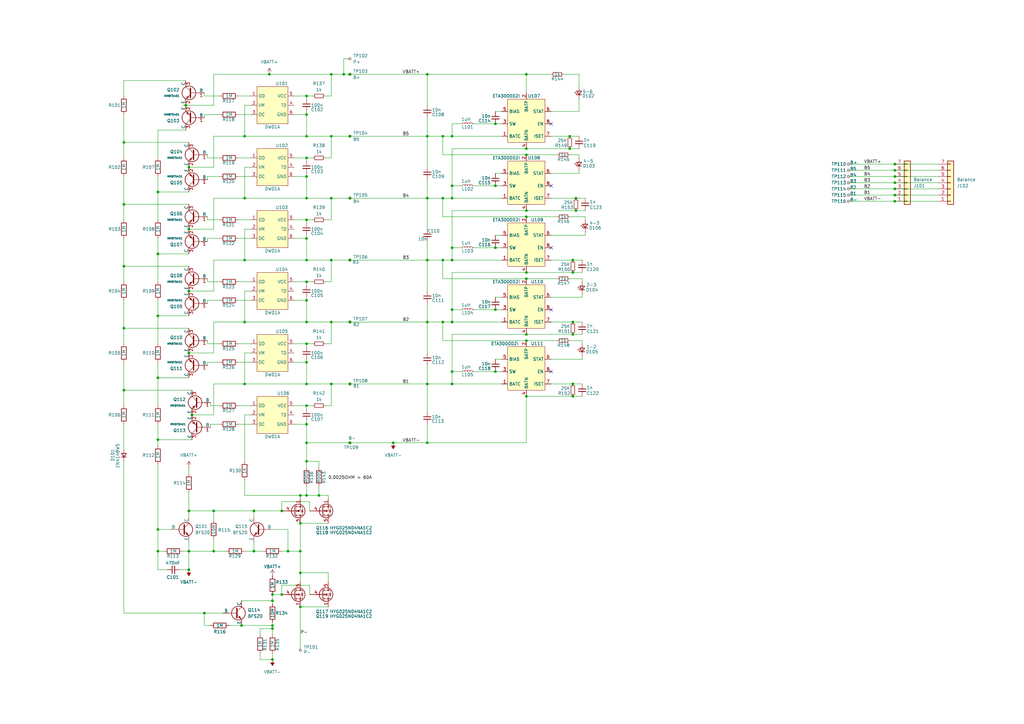
<source format=kicad_sch>
(kicad_sch (version 20250114) (generator "eeschema") (generator_version "9.0")
  (paper "A3")
  (title_block (title "Powersuppy and BMS") (date "2025-09-23") (rev "3.0") (company "NicE Engineering"))
  (junction (at 234.95 162.56))
  (junction (at 203.2 127))
  (junction (at 50.8 160.02))
  (junction (at 175.26 157.48))
  (junction (at 123.19 203.2))
  (junction (at 143.51 181.61))
  (junction (at 175.26 106.68))
  (junction (at 125.73 123.19))
  (junction (at 115.57 243.84))
  (junction (at 234.95 106.68))
  (junction (at 185.42 106.68))
  (junction (at 234.95 111.76))
  (junction (at 64.77 217.17))
  (junction (at 77.47 68.58))
  (junction (at 125.73 90.17))
  (junction (at 110.49 30.48))
  (junction (at 78.74 170.18))
  (junction (at 181.61 106.68))
  (junction (at 215.9 111.76))
  (junction (at 175.26 81.28))
  (junction (at 125.73 189.23))
  (junction (at 100.33 157.48))
  (junction (at 87.63 226.06))
  (junction (at 175.26 55.88))
  (junction (at 215.9 86.36))
  (junction (at 125.73 55.88))
  (junction (at 175.26 30.48))
  (junction (at 125.73 181.61))
  (junction (at 125.73 106.68))
  (junction (at 236.22 81.28))
  (junction (at 367.03 72.39))
  (junction (at 125.73 140.97))
  (junction (at 64.77 180.34))
  (junction (at 215.9 114.3))
  (junction (at 185.42 81.28))
  (junction (at 118.11 226.06))
  (junction (at 234.95 132.08))
  (junction (at 125.73 81.28))
  (junction (at 123.19 248.92))
  (junction (at 125.73 97.79))
  (junction (at 185.42 101.6))
  (junction (at 185.42 127))
  (junction (at 125.73 115.57))
  (junction (at 135.89 106.68))
  (junction (at 234.95 157.48))
  (junction (at 215.9 88.9))
  (junction (at 64.77 129.54))
  (junction (at 367.03 74.93))
  (junction (at 185.42 157.48))
  (junction (at 125.73 203.2))
  (junction (at 135.89 30.48))
  (junction (at 125.73 166.37))
  (junction (at 111.76 243.84))
  (junction (at 135.89 81.28))
  (junction (at 140.97 30.48))
  (junction (at 125.73 148.59))
  (junction (at 111.76 246.38))
  (junction (at 64.77 78.74))
  (junction (at 181.61 55.88))
  (junction (at 87.63 209.55))
  (junction (at 175.26 132.08))
  (junction (at 236.22 86.36))
  (junction (at 100.33 132.08))
  (junction (at 233.68 60.96))
  (junction (at 125.73 173.99))
  (junction (at 181.61 132.08))
  (junction (at 215.9 162.56))
  (junction (at 125.73 46.99))
  (junction (at 76.2 43.18))
  (junction (at 215.9 137.16))
  (junction (at 181.61 81.28))
  (junction (at 161.29 181.61))
  (junction (at 215.9 60.96))
  (junction (at 125.73 64.77))
  (junction (at 215.9 63.5))
  (junction (at 125.73 157.48))
  (junction (at 143.51 55.88))
  (junction (at 185.42 132.08))
  (junction (at 77.47 119.38))
  (junction (at 135.89 157.48))
  (junction (at 143.51 30.48))
  (junction (at 111.76 256.54))
  (junction (at 100.33 106.68))
  (junction (at 143.51 157.48))
  (junction (at 143.51 132.08))
  (junction (at 203.2 101.6))
  (junction (at 125.73 72.39))
  (junction (at 104.14 209.55))
  (junction (at 143.51 81.28))
  (junction (at 143.51 106.68))
  (junction (at 175.26 181.61))
  (junction (at 50.8 58.42))
  (junction (at 99.06 256.54))
  (junction (at 64.77 154.94))
  (junction (at 367.03 69.85))
  (junction (at 185.42 152.4))
  (junction (at 185.42 55.88))
  (junction (at 77.47 209.55))
  (junction (at 130.81 203.2))
  (junction (at 104.14 226.06))
  (junction (at 125.73 132.08))
  (junction (at 367.03 67.31))
  (junction (at 64.77 104.14))
  (junction (at 77.47 144.78))
  (junction (at 100.33 81.28))
  (junction (at 123.19 226.06))
  (junction (at 123.19 214.63))
  (junction (at 203.2 152.4))
  (junction (at 367.03 77.47))
  (junction (at 233.68 55.88))
  (junction (at 77.47 233.68))
  (junction (at 115.57 209.55))
  (junction (at 234.95 137.16))
  (junction (at 111.76 270.51))
  (junction (at 125.73 39.37))
  (junction (at 111.76 257.81))
  (junction (at 367.03 82.55))
  (junction (at 215.9 30.48))
  (junction (at 367.03 80.01))
  (junction (at 77.47 93.98))
  (junction (at 203.2 76.2))
  (junction (at 123.19 234.95))
  (junction (at 50.8 134.62))
  (junction (at 135.89 55.88))
  (junction (at 135.89 132.08))
  (junction (at 50.8 109.22))
  (junction (at 100.33 55.88))
  (junction (at 77.47 226.06))
  (junction (at 203.2 50.8))
  (junction (at 64.77 226.06))
  (junction (at 83.82 251.46))
  (junction (at 185.42 76.2))
  (junction (at 50.8 83.82))
  (junction (at 215.9 139.7))
  (no_connect (at 226.06 152.4))
  (no_connect (at 226.06 50.8))
  (no_connect (at 226.06 101.6))
  (no_connect (at 226.06 127))
  (no_connect (at 226.06 76.2))
  (wire (pts (xy 135.89 106.68) (xy 135.89 115.57)))
  (wire (pts (xy 111.76 256.54) (xy 111.76 255.27)))
  (wire (pts (xy 78.74 170.18) (xy 87.63 170.18)))
  (wire (pts (xy 185.42 157.48) (xy 185.42 152.4)))
  (wire (pts (xy 76.2 43.18) (xy 74.93 43.18)))
  (wire (pts (xy 125.73 167.64) (xy 125.73 166.37)))
  (wire (pts (xy 50.8 148.59) (xy 50.8 160.02)))
  (wire (pts (xy 97.79 166.37) (xy 102.87 166.37)))
  (wire (pts (xy 50.8 97.79) (xy 50.8 109.22)))
  (wire (pts (xy 143.51 106.68) (xy 175.26 106.68)))
  (wire (pts (xy 161.29 181.61) (xy 175.26 181.61)))
  (wire (pts (xy 50.8 160.02) (xy 78.74 160.02)))
  (wire (pts (xy 64.77 78.74) (xy 64.77 90.17)))
  (wire (pts (xy 185.42 86.36) (xy 185.42 101.6)))
  (wire (pts (xy 64.77 233.68) (xy 68.58 233.68)))
  (wire (pts (xy 236.22 86.36) (xy 240.03 86.36)))
  (wire (pts (xy 97.79 46.99) (xy 102.87 46.99)))
  (wire (pts (xy 50.8 33.02) (xy 76.2 33.02)))
  (wire (pts (xy 215.9 30.48) (xy 226.06 30.48)))
  (wire (pts (xy 125.73 72.39) (xy 125.73 81.28)))
  (wire (pts (xy 120.65 46.99) (xy 125.73 46.99)))
  (wire (pts (xy 384.81 77.47) (xy 367.03 77.47)))
  (wire (pts (xy 238.76 121.92) (xy 226.06 121.92)))
  (wire (pts (xy 384.81 72.39) (xy 367.03 72.39)))
  (wire (pts (xy 102.87 170.18) (xy 100.33 170.18)))
  (wire (pts (xy 87.63 119.38) (xy 87.63 106.68)))
  (wire (pts (xy 237.49 30.48) (xy 237.49 35.56)))
  (wire (pts (xy 100.33 119.38) (xy 102.87 119.38)))
  (wire (pts (xy 215.9 114.3) (xy 228.6 114.3)))
  (wire (pts (xy 175.26 30.48) (xy 175.26 43.18)))
  (wire (pts (xy 215.9 137.16) (xy 185.42 137.16)))
  (wire (pts (xy 175.26 81.28) (xy 175.26 93.98)))
  (wire (pts (xy 143.51 132.08) (xy 175.26 132.08)))
  (wire (pts (xy 87.63 81.28) (xy 87.63 93.98)))
  (wire (pts (xy 83.82 46.99) (xy 90.17 46.99)))
  (wire (pts (xy 215.9 111.76) (xy 185.42 111.76)))
  (wire (pts (xy 64.77 190.5) (xy 64.77 217.17)))
  (wire (pts (xy 125.73 173.99) (xy 125.73 181.61)))
  (wire (pts (xy 120.65 39.37) (xy 125.73 39.37)))
  (wire (pts (xy 175.26 157.48) (xy 185.42 157.48)))
  (wire (pts (xy 123.19 248.92) (xy 123.19 266.7)))
  (wire (pts (xy 100.33 68.58) (xy 100.33 81.28)))
  (wire (pts (xy 83.82 256.54) (xy 86.36 256.54)))
  (wire (pts (xy 111.76 217.17) (xy 118.11 217.17)))
  (wire (pts (xy 125.73 45.72) (xy 125.73 46.99)))
  (wire (pts (xy 77.47 226.06) (xy 74.93 226.06)))
  (wire (pts (xy 123.19 248.92) (xy 134.62 248.92)))
  (wire (pts (xy 233.68 139.7) (xy 238.76 139.7)))
  (wire (pts (xy 64.77 148.59) (xy 64.77 154.94)))
  (wire (pts (xy 87.63 30.48) (xy 87.63 43.18)))
  (wire (pts (xy 85.09 140.97) (xy 90.17 140.97)))
  (wire (pts (xy 135.89 81.28) (xy 143.51 81.28)))
  (wire (pts (xy 50.8 123.19) (xy 50.8 134.62)))
  (wire (pts (xy 64.77 154.94) (xy 77.47 154.94)))
  (wire (pts (xy 185.42 137.16) (xy 185.42 152.4)))
  (wire (pts (xy 87.63 30.48) (xy 110.49 30.48)))
  (wire (pts (xy 123.19 203.2) (xy 125.73 203.2)))
  (wire (pts (xy 347.98 72.39) (xy 367.03 72.39)))
  (wire (pts (xy 85.09 97.79) (xy 85.09 99.06)))
  (wire (pts (xy 234.95 137.16) (xy 238.76 137.16)))
  (wire (pts (xy 100.33 68.58) (xy 102.87 68.58)))
  (wire (pts (xy 185.42 55.88) (xy 185.42 50.8)))
  (wire (pts (xy 238.76 147.32) (xy 226.06 147.32)))
  (wire (pts (xy 97.79 173.99) (xy 102.87 173.99)))
  (wire (pts (xy 125.73 181.61) (xy 143.51 181.61)))
  (wire (pts (xy 125.73 189.23) (xy 125.73 191.77)))
  (wire (pts (xy 181.61 81.28) (xy 185.42 81.28)))
  (wire (pts (xy 125.73 39.37) (xy 128.27 39.37)))
  (wire (pts (xy 135.89 106.68) (xy 143.51 106.68)))
  (wire (pts (xy 64.77 226.06) (xy 67.31 226.06)))
  (wire (pts (xy 143.51 30.48) (xy 175.26 30.48)))
  (wire (pts (xy 85.09 64.77) (xy 85.09 63.5)))
  (wire (pts (xy 125.73 181.61) (xy 125.73 189.23)))
  (wire (pts (xy 347.98 82.55) (xy 367.03 82.55)))
  (wire (pts (xy 97.79 39.37) (xy 102.87 39.37)))
  (wire (pts (xy 175.26 124.46) (xy 175.26 132.08)))
  (wire (pts (xy 135.89 39.37) (xy 135.89 30.48)))
  (wire (pts (xy 97.79 90.17) (xy 102.87 90.17)))
  (wire (pts (xy 175.26 30.48) (xy 215.9 30.48)))
  (wire (pts (xy 175.26 106.68) (xy 181.61 106.68)))
  (wire (pts (xy 133.35 140.97) (xy 135.89 140.97)))
  (wire (pts (xy 50.8 189.23) (xy 50.8 251.46)))
  (wire (pts (xy 64.77 154.94) (xy 64.77 166.37)))
  (wire (pts (xy 347.98 69.85) (xy 367.03 69.85)))
  (wire (pts (xy 135.89 30.48) (xy 140.97 30.48)))
  (wire (pts (xy 100.33 106.68) (xy 125.73 106.68)))
  (wire (pts (xy 215.9 111.76) (xy 234.95 111.76)))
  (wire (pts (xy 125.73 140.97) (xy 128.27 140.97)))
  (wire (pts (xy 237.49 63.5) (xy 237.49 64.77)))
  (wire (pts (xy 100.33 119.38) (xy 100.33 132.08)))
  (wire (pts (xy 175.26 181.61) (xy 215.9 181.61)))
  (wire (pts (xy 194.31 101.6) (xy 203.2 101.6)))
  (wire (pts (xy 133.35 39.37) (xy 135.89 39.37)))
  (wire (pts (xy 215.9 114.3) (xy 181.61 114.3)))
  (wire (pts (xy 93.98 256.54) (xy 99.06 256.54)))
  (wire (pts (xy 50.8 166.37) (xy 50.8 160.02)))
  (wire (pts (xy 120.65 115.57) (xy 125.73 115.57)))
  (wire (pts (xy 106.68 260.35) (xy 106.68 257.81)))
  (wire (pts (xy 181.61 132.08) (xy 185.42 132.08)))
  (wire (pts (xy 238.76 114.3) (xy 238.76 115.57)))
  (wire (pts (xy 111.76 267.97) (xy 111.76 270.51)))
  (wire (pts (xy 135.89 157.48) (xy 143.51 157.48)))
  (wire (pts (xy 189.23 152.4) (xy 185.42 152.4)))
  (wire (pts (xy 120.65 173.99) (xy 125.73 173.99)))
  (wire (pts (xy 87.63 209.55) (xy 104.14 209.55)))
  (wire (pts (xy 125.73 46.99) (xy 125.73 55.88)))
  (wire (pts (xy 203.2 127) (xy 205.74 127)))
  (wire (pts (xy 102.87 43.18) (xy 100.33 43.18)))
  (wire (pts (xy 175.26 48.26) (xy 175.26 55.88)))
  (wire (pts (xy 234.95 162.56) (xy 238.76 162.56)))
  (wire (pts (xy 120.65 72.39) (xy 125.73 72.39)))
  (wire (pts (xy 175.26 99.06) (xy 175.26 106.68)))
  (wire (pts (xy 64.77 226.06) (xy 64.77 233.68)))
  (wire (pts (xy 237.49 40.64) (xy 237.49 45.72)))
  (wire (pts (xy 87.63 81.28) (xy 100.33 81.28)))
  (wire (pts (xy 125.73 123.19) (xy 125.73 132.08)))
  (wire (pts (xy 347.98 80.01) (xy 367.03 80.01)))
  (wire (pts (xy 97.79 72.39) (xy 102.87 72.39)))
  (wire (pts (xy 87.63 157.48) (xy 100.33 157.48)))
  (wire (pts (xy 100.33 144.78) (xy 102.87 144.78)))
  (wire (pts (xy 100.33 55.88) (xy 87.63 55.88)))
  (wire (pts (xy 181.61 63.5) (xy 181.61 55.88)))
  (wire (pts (xy 77.47 233.68) (xy 77.47 226.06)))
  (wire (pts (xy 85.09 123.19) (xy 90.17 123.19)))
  (wire (pts (xy 238.76 139.7) (xy 238.76 140.97)))
  (wire (pts (xy 205.74 71.12) (xy 203.2 71.12)))
  (wire (pts (xy 215.9 60.96) (xy 185.42 60.96)))
  (wire (pts (xy 120.65 123.19) (xy 125.73 123.19)))
  (wire (pts (xy 87.63 144.78) (xy 87.63 132.08)))
  (wire (pts (xy 118.11 226.06) (xy 123.19 226.06)))
  (wire (pts (xy 133.35 64.77) (xy 135.89 64.77)))
  (wire (pts (xy 64.77 217.17) (xy 69.85 217.17)))
  (wire (pts (xy 50.8 58.42) (xy 77.47 58.42)))
  (wire (pts (xy 215.9 86.36) (xy 236.22 86.36)))
  (wire (pts (xy 125.73 55.88) (xy 135.89 55.88)))
  (wire (pts (xy 181.61 55.88) (xy 175.26 55.88)))
  (wire (pts (xy 111.76 270.51) (xy 106.68 270.51)))
  (wire (pts (xy 100.33 226.06) (xy 104.14 226.06)))
  (wire (pts (xy 135.89 90.17) (xy 135.89 81.28)))
  (wire (pts (xy 175.26 106.68) (xy 175.26 119.38)))
  (wire (pts (xy 125.73 64.77) (xy 128.27 64.77)))
  (wire (pts (xy 125.73 40.64) (xy 125.73 39.37)))
  (wire (pts (xy 64.77 217.17) (xy 64.77 226.06)))
  (wire (pts (xy 175.26 149.86) (xy 175.26 157.48)))
  (wire (pts (xy 115.57 240.03) (xy 115.57 243.84)))
  (wire (pts (xy 175.26 173.99) (xy 175.26 181.61)))
  (wire (pts (xy 118.11 226.06) (xy 115.57 226.06)))
  (wire (pts (xy 203.2 152.4) (xy 205.74 152.4)))
  (wire (pts (xy 120.65 166.37) (xy 125.73 166.37)))
  (wire (pts (xy 234.95 106.68) (xy 238.76 106.68)))
  (wire (pts (xy 194.31 152.4) (xy 203.2 152.4)))
  (wire (pts (xy 175.26 55.88) (xy 175.26 68.58)))
  (wire (pts (xy 50.8 39.37) (xy 50.8 33.02)))
  (wire (pts (xy 87.63 226.06) (xy 87.63 220.98)))
  (wire (pts (xy 77.47 226.06) (xy 87.63 226.06)))
  (wire (pts (xy 238.76 120.65) (xy 238.76 121.92)))
  (wire (pts (xy 231.14 30.48) (xy 237.49 30.48)))
  (wire (pts (xy 240.03 88.9) (xy 233.68 88.9)))
  (wire (pts (xy 238.76 114.3) (xy 233.68 114.3)))
  (wire (pts (xy 189.23 127) (xy 185.42 127)))
  (wire (pts (xy 185.42 55.88) (xy 181.61 55.88)))
  (wire (pts (xy 205.74 55.88) (xy 185.42 55.88)))
  (wire (pts (xy 143.51 157.48) (xy 175.26 157.48)))
  (wire (pts (xy 233.68 60.96) (xy 215.9 60.96)))
  (wire (pts (xy 106.68 257.81) (xy 111.76 257.81)))
  (wire (pts (xy 384.81 67.31) (xy 367.03 67.31)))
  (wire (pts (xy 125.73 97.79) (xy 125.73 106.68)))
  (wire (pts (xy 135.89 132.08) (xy 135.89 140.97)))
  (wire (pts (xy 100.33 55.88) (xy 125.73 55.88)))
  (wire (pts (xy 205.74 50.8) (xy 203.2 50.8)))
  (wire (pts (xy 127 240.03) (xy 115.57 240.03)))
  (wire (pts (xy 236.22 81.28) (xy 240.03 81.28)))
  (wire (pts (xy 238.76 146.05) (xy 238.76 147.32)))
  (wire (pts (xy 125.73 132.08) (xy 135.89 132.08)))
  (wire (pts (xy 85.09 140.97) (xy 85.09 139.7)))
  (wire (pts (xy 86.36 166.37) (xy 90.17 166.37)))
  (wire (pts (xy 237.49 63.5) (xy 233.68 63.5)))
  (wire (pts (xy 100.33 132.08) (xy 125.73 132.08)))
  (wire (pts (xy 64.77 97.79) (xy 64.77 104.14)))
  (wire (pts (xy 87.63 106.68) (xy 100.33 106.68)))
  (wire (pts (xy 125.73 96.52) (xy 125.73 97.79)))
  (wire (pts (xy 83.82 251.46) (xy 91.44 251.46)))
  (wire (pts (xy 143.51 81.28) (xy 175.26 81.28)))
  (wire (pts (xy 77.47 201.93) (xy 77.47 209.55)))
  (wire (pts (xy 100.33 170.18) (xy 100.33 189.23)))
  (wire (pts (xy 226.06 132.08) (xy 234.95 132.08)))
  (wire (pts (xy 133.35 90.17) (xy 135.89 90.17)))
  (wire (pts (xy 111.76 243.84) (xy 115.57 243.84)))
  (wire (pts (xy 50.8 46.99) (xy 50.8 58.42)))
  (wire (pts (xy 125.73 203.2) (xy 125.73 199.39)))
  (wire (pts (xy 134.62 238.76) (xy 134.62 234.95)))
  (wire (pts (xy 237.49 45.72) (xy 226.06 45.72)))
  (wire (pts (xy 97.79 115.57) (xy 102.87 115.57)))
  (wire (pts (xy 97.79 140.97) (xy 102.87 140.97)))
  (wire (pts (xy 64.77 180.34) (xy 64.77 182.88)))
  (wire (pts (xy 185.42 106.68) (xy 205.74 106.68)))
  (wire (pts (xy 100.33 81.28) (xy 125.73 81.28)))
  (wire (pts (xy 64.77 173.99) (xy 64.77 180.34)))
  (wire (pts (xy 77.47 119.38) (xy 87.63 119.38)))
  (wire (pts (xy 120.65 97.79) (xy 125.73 97.79)))
  (wire (pts (xy 100.33 157.48) (xy 125.73 157.48)))
  (wire (pts (xy 85.09 90.17) (xy 90.17 90.17)))
  (wire (pts (xy 64.77 78.74) (xy 77.47 78.74)))
  (wire (pts (xy 205.74 45.72) (xy 203.2 45.72)))
  (wire (pts (xy 226.06 55.88) (xy 233.68 55.88)))
  (wire (pts (xy 347.98 67.31) (xy 367.03 67.31)))
  (wire (pts (xy 87.63 170.18) (xy 87.63 157.48)))
  (wire (pts (xy 64.77 53.34) (xy 64.77 64.77)))
  (wire (pts (xy 125.73 148.59) (xy 125.73 157.48)))
  (wire (pts (xy 85.09 72.39) (xy 90.17 72.39)))
  (wire (pts (xy 205.74 121.92) (xy 203.2 121.92)))
  (wire (pts (xy 100.33 93.98) (xy 100.33 106.68)))
  (wire (pts (xy 111.76 257.81) (xy 111.76 260.35)))
  (wire (pts (xy 127 205.74) (xy 115.57 205.74)))
  (wire (pts (xy 99.06 246.38) (xy 111.76 246.38)))
  (wire (pts (xy 226.06 81.28) (xy 236.22 81.28)))
  (wire (pts (xy 125.73 116.84) (xy 125.73 115.57)))
  (wire (pts (xy 83.82 251.46) (xy 83.82 256.54)))
  (wire (pts (xy 240.03 95.25) (xy 240.03 96.52)))
  (wire (pts (xy 77.47 222.25) (xy 77.47 226.06)))
  (wire (pts (xy 104.14 209.55) (xy 115.57 209.55)))
  (wire (pts (xy 123.19 226.06) (xy 123.19 234.95)))
  (wire (pts (xy 237.49 71.12) (xy 226.06 71.12)))
  (wire (pts (xy 50.8 90.17) (xy 50.8 83.82)))
  (wire (pts (xy 226.06 157.48) (xy 234.95 157.48)))
  (wire (pts (xy 106.68 267.97) (xy 106.68 270.51)))
  (wire (pts (xy 130.81 189.23) (xy 130.81 191.77)))
  (wire (pts (xy 123.19 214.63) (xy 134.62 214.63)))
  (wire (pts (xy 85.09 148.59) (xy 85.09 149.86)))
  (wire (pts (xy 64.77 53.34) (xy 76.2 53.34)))
  (wire (pts (xy 194.31 127) (xy 203.2 127)))
  (wire (pts (xy 185.42 106.68) (xy 185.42 101.6)))
  (wire (pts (xy 233.68 60.96) (xy 237.49 60.96)))
  (wire (pts (xy 83.82 39.37) (xy 83.82 38.1)))
  (wire (pts (xy 64.77 129.54) (xy 64.77 140.97)))
  (wire (pts (xy 175.26 73.66) (xy 175.26 81.28)))
  (wire (pts (xy 185.42 132.08) (xy 185.42 127)))
  (wire (pts (xy 181.61 106.68) (xy 185.42 106.68)))
  (wire (pts (xy 125.73 115.57) (xy 128.27 115.57)))
  (wire (pts (xy 110.49 30.48) (xy 135.89 30.48)))
  (wire (pts (xy 234.95 132.08) (xy 238.76 132.08)))
  (wire (pts (xy 97.79 97.79) (xy 102.87 97.79)))
  (wire (pts (xy 76.2 43.18) (xy 87.63 43.18)))
  (wire (pts (xy 85.09 90.17) (xy 85.09 88.9)))
  (wire (pts (xy 50.8 64.77) (xy 50.8 58.42)))
  (wire (pts (xy 86.36 166.37) (xy 86.36 165.1)))
  (wire (pts (xy 123.19 203.2) (xy 123.19 204.47)))
  (wire (pts (xy 77.47 191.77) (xy 77.47 194.31)))
  (wire (pts (xy 111.76 246.38) (xy 111.76 247.65)))
  (wire (pts (xy 125.73 142.24) (xy 125.73 140.97)))
  (wire (pts (xy 175.26 132.08) (xy 181.61 132.08)))
  (wire (pts (xy 77.47 104.14) (xy 64.77 104.14)))
  (wire (pts (xy 125.73 166.37) (xy 128.27 166.37)))
  (wire (pts (xy 86.36 173.99) (xy 86.36 175.26)))
  (wire (pts (xy 127 243.84) (xy 127 240.03)))
  (wire (pts (xy 234.95 111.76) (xy 238.76 111.76)))
  (wire (pts (xy 83.82 46.99) (xy 83.82 48.26)))
  (wire (pts (xy 189.23 101.6) (xy 185.42 101.6)))
  (wire (pts (xy 120.65 64.77) (xy 125.73 64.77)))
  (wire (pts (xy 50.8 83.82) (xy 77.47 83.82)))
  (wire (pts (xy 215.9 63.5) (xy 228.6 63.5)))
  (wire (pts (xy 77.47 68.58) (xy 87.63 68.58)))
  (wire (pts (xy 203.2 76.2) (xy 205.74 76.2)))
  (wire (pts (xy 50.8 173.99) (xy 50.8 184.15)))
  (wire (pts (xy 175.26 157.48) (xy 175.26 168.91)))
  (wire (pts (xy 134.62 234.95) (xy 123.19 234.95)))
  (wire (pts (xy 185.42 111.76) (xy 185.42 127)))
  (wire (pts (xy 77.47 93.98) (xy 87.63 93.98)))
  (wire (pts (xy 215.9 86.36) (xy 185.42 86.36)))
  (wire (pts (xy 205.74 96.52) (xy 203.2 96.52)))
  (wire (pts (xy 85.09 72.39) (xy 85.09 73.66)))
  (wire (pts (xy 135.89 132.08) (xy 143.51 132.08)))
  (wire (pts (xy 100.33 203.2) (xy 123.19 203.2)))
  (wire (pts (xy 102.87 93.98) (xy 100.33 93.98)))
  (wire (pts (xy 215.9 139.7) (xy 228.6 139.7)))
  (wire (pts (xy 104.14 226.06) (xy 107.95 226.06)))
  (wire (pts (xy 181.61 88.9) (xy 181.61 81.28)))
  (wire (pts (xy 215.9 137.16) (xy 234.95 137.16)))
  (wire (pts (xy 143.51 55.88) (xy 175.26 55.88)))
  (wire (pts (xy 123.19 234.95) (xy 123.19 238.76)))
  (wire (pts (xy 203.2 50.8) (xy 194.31 50.8)))
  (wire (pts (xy 240.03 96.52) (xy 226.06 96.52)))
  (wire (pts (xy 215.9 88.9) (xy 228.6 88.9)))
  (wire (pts (xy 125.73 203.2) (xy 130.81 203.2)))
  (wire (pts (xy 140.97 24.13) (xy 143.51 24.13)))
  (wire (pts (xy 240.03 88.9) (xy 240.03 90.17)))
  (wire (pts (xy 73.66 233.68) (xy 77.47 233.68)))
  (wire (pts (xy 185.42 157.48) (xy 205.74 157.48)))
  (wire (pts (xy 100.33 144.78) (xy 100.33 157.48)))
  (wire (pts (xy 181.61 139.7) (xy 181.61 132.08)))
  (wire (pts (xy 125.73 71.12) (xy 125.73 72.39)))
  (wire (pts (xy 125.73 157.48) (xy 135.89 157.48)))
  (wire (pts (xy 50.8 140.97) (xy 50.8 134.62)))
  (wire (pts (xy 64.77 72.39) (xy 64.77 78.74)))
  (wire (pts (xy 347.98 77.47) (xy 367.03 77.47)))
  (wire (pts (xy 86.36 173.99) (xy 90.17 173.99)))
  (wire (pts (xy 140.97 24.13) (xy 140.97 30.48)))
  (wire (pts (xy 120.65 140.97) (xy 125.73 140.97)))
  (wire (pts (xy 85.09 115.57) (xy 90.17 115.57)))
  (wire (pts (xy 134.62 203.2) (xy 134.62 204.47)))
  (wire (pts (xy 140.97 30.48) (xy 143.51 30.48)))
  (wire (pts (xy 215.9 63.5) (xy 181.61 63.5)))
  (wire (pts (xy 133.35 115.57) (xy 135.89 115.57)))
  (wire (pts (xy 384.81 74.93) (xy 367.03 74.93)))
  (wire (pts (xy 175.26 132.08) (xy 175.26 144.78)))
  (wire (pts (xy 120.65 90.17) (xy 125.73 90.17)))
  (wire (pts (xy 77.47 144.78) (xy 87.63 144.78)))
  (wire (pts (xy 234.95 157.48) (xy 238.76 157.48)))
  (wire (pts (xy 347.98 74.93) (xy 367.03 74.93)))
  (wire (pts (xy 194.31 76.2) (xy 203.2 76.2)))
  (wire (pts (xy 237.49 69.85) (xy 237.49 71.12)))
  (wire (pts (xy 189.23 50.8) (xy 185.42 50.8)))
  (wire (pts (xy 64.77 123.19) (xy 64.77 129.54)))
  (wire (pts (xy 77.47 212.09) (xy 77.47 209.55)))
  (wire (pts (xy 104.14 209.55) (xy 104.14 212.09)))
  (wire (pts (xy 120.65 148.59) (xy 125.73 148.59)))
  (wire (pts (xy 215.9 162.56) (xy 215.9 181.61)))
  (wire (pts (xy 185.42 132.08) (xy 205.74 132.08)))
  (wire (pts (xy 125.73 90.17) (xy 128.27 90.17)))
  (wire (pts (xy 104.14 222.25) (xy 104.14 226.06)))
  (wire (pts (xy 85.09 123.19) (xy 85.09 124.46)))
  (wire (pts (xy 99.06 256.54) (xy 111.76 256.54)))
  (wire (pts (xy 127 209.55) (xy 127 205.74)))
  (wire (pts (xy 125.73 106.68) (xy 135.89 106.68)))
  (wire (pts (xy 111.76 243.84) (xy 111.76 246.38)))
  (wire (pts (xy 185.42 60.96) (xy 185.42 76.2)))
  (wire (pts (xy 205.74 147.32) (xy 203.2 147.32)))
  (wire (pts (xy 215.9 162.56) (xy 234.95 162.56)))
  (wire (pts (xy 85.09 148.59) (xy 90.17 148.59)))
  (wire (pts (xy 135.89 55.88) (xy 143.51 55.88)))
  (wire (pts (xy 97.79 123.19) (xy 102.87 123.19)))
  (wire (pts (xy 85.09 115.57) (xy 85.09 114.3)))
  (wire (pts (xy 50.8 72.39) (xy 50.8 83.82)))
  (wire (pts (xy 143.51 181.61) (xy 161.29 181.61)))
  (wire (pts (xy 130.81 203.2) (xy 134.62 203.2)))
  (wire (pts (xy 50.8 109.22) (xy 77.47 109.22)))
  (wire (pts (xy 215.9 38.1) (xy 215.9 30.48)))
  (wire (pts (xy 97.79 148.59) (xy 102.87 148.59)))
  (wire (pts (xy 77.47 209.55) (xy 87.63 209.55)))
  (wire (pts (xy 185.42 81.28) (xy 185.42 76.2)))
  (wire (pts (xy 118.11 217.17) (xy 118.11 226.06)))
  (wire (pts (xy 115.57 205.74) (xy 115.57 209.55)))
  (wire (pts (xy 384.81 82.55) (xy 367.03 82.55)))
  (wire (pts (xy 97.79 64.77) (xy 102.87 64.77)))
  (wire (pts (xy 100.33 196.85) (xy 100.33 203.2)))
  (wire (pts (xy 125.73 147.32) (xy 125.73 148.59)))
  (wire (pts (xy 185.42 81.28) (xy 205.74 81.28)))
  (wire (pts (xy 85.09 97.79) (xy 90.17 97.79)))
  (wire (pts (xy 100.33 43.18) (xy 100.33 55.88)))
  (wire (pts (xy 111.76 256.54) (xy 111.76 257.81)))
  (wire (pts (xy 64.77 180.34) (xy 78.74 180.34)))
  (wire (pts (xy 215.9 139.7) (xy 181.61 139.7)))
  (wire (pts (xy 123.19 214.63) (xy 123.19 226.06)))
  (wire (pts (xy 133.35 166.37) (xy 135.89 166.37)))
  (wire (pts (xy 87.63 226.06) (xy 92.71 226.06)))
  (wire (pts (xy 50.8 115.57) (xy 50.8 109.22)))
  (wire (pts (xy 83.82 39.37) (xy 90.17 39.37)))
  (wire (pts (xy 215.9 88.9) (xy 181.61 88.9)))
  (wire (pts (xy 384.81 80.01) (xy 367.03 80.01)))
  (wire (pts (xy 189.23 76.2) (xy 185.42 76.2)))
  (wire (pts (xy 64.77 129.54) (xy 77.47 129.54)))
  (wire (pts (xy 125.73 189.23) (xy 130.81 189.23)))
  (wire (pts (xy 125.73 66.04) (xy 125.73 64.77)))
  (wire (pts (xy 233.68 55.88) (xy 237.49 55.88)))
  (wire (pts (xy 135.89 157.48) (xy 135.89 166.37)))
  (wire (pts (xy 226.06 106.68) (xy 234.95 106.68)))
  (wire (pts (xy 384.81 69.85) (xy 367.03 69.85)))
  (wire (pts (xy 181.61 114.3) (xy 181.61 106.68)))
  (wire (pts (xy 87.63 132.08) (xy 100.33 132.08)))
  (wire (pts (xy 87.63 55.88) (xy 87.63 68.58)))
  (wire (pts (xy 130.81 199.39) (xy 130.81 203.2)))
  (wire (pts (xy 175.26 81.28) (xy 181.61 81.28)))
  (wire (pts (xy 87.63 213.36) (xy 87.63 209.55)))
  (wire (pts (xy 125.73 172.72) (xy 125.73 173.99)))
  (wire (pts (xy 203.2 101.6) (xy 205.74 101.6)))
  (wire (pts (xy 85.09 64.77) (xy 90.17 64.77)))
  (wire (pts (xy 125.73 81.28) (xy 135.89 81.28)))
  (wire (pts (xy 125.73 91.44) (xy 125.73 90.17)))
  (wire (pts (xy 135.89 55.88) (xy 135.89 64.77)))
  (wire (pts (xy 50.8 251.46) (xy 83.82 251.46)))
  (wire (pts (xy 50.8 134.62) (xy 77.47 134.62)))
  (wire (pts (xy 64.77 104.14) (xy 64.77 115.57)))
  (wire (pts (xy 125.73 121.92) (xy 125.73 123.19)))
  (label "VBATT-" (at 165.1 181.61 0))
  (label "0.0025OHM = 60A" (at 134.62 196.85 0))
  (label "P-" (at 123.19 260.35 0))
  (label "VBATT-" (at 354.33 82.55 0))
  (label "B2" (at 165.1 132.08 0))
  (label "B1" (at 165.1 157.48 0))
  (label "B5" (at 165.1 55.88 0))
  (label "B2" (at 354.33 77.47 0))
  (label "" (at 149.86 181.61 0))
  (label "VBATT+" (at 354.33 67.31 0))
  (label "B4" (at 354.33 72.39 0))
  (label "B3" (at 165.1 106.68 0))
  (label "B1" (at 354.33 80.01 0))
  (label "VBATT+" (at 165.1 30.48 0))
  (label "B4" (at 165.1 81.28 0))
  (label "B3" (at 354.33 74.93 0))
  (label "B5" (at 354.33 69.85 0))
  (symbol (lib_id "Device:R") (at 77.47 198.12 180) (unit 1)
    (property "Reference" "R114" (at 76.2 198.12 0) (effects (justify left)))
    (property "Value" "1M" (at 77.47 198.12 90))
    (property "Footprint" "A_Device:R_0603" (effects (hide yes)))
    (property "LCSC" "C22935" (effects (hide yes)))
  )
  (symbol (lib_id "PCM_JLCPCB-Transistors:PNP,MMBT5401") (at 80.01 63.5 0) (mirror y) (unit 1)
    (property "Reference" "Q104" (at 74.93 62.2299 0) (effects (justify left)))
    (property "Value" "MMBT5401" (at 74.93 64.77 0) (effects (font (size 0.8 0.8)) (justify left)))
    (property "Footprint" "PCM_JLCPCB:Q_SOT-23" (effects (hide yes)))
    (property "Datasheet" "https://wmsc.lcsc.com/wmsc/upload/file/pdf/v2/lcsc/2312221203_hongjiacheng-MMBT5401_C7420356.pdf" (effects (hide yes)))
    (property "Description" "160V 300mW 100@10mA,5.0V 600mA PNP SOT-23 Bipolar (BJT) ROHS" (effects (hide yes)))
    (property "LCSC" "C7420356" (effects (hide yes)))
    (property "Stock" "579901" (effects (hide yes)))
    (property "Price" "0.016USD" (effects (hide yes)))
    (property "Process" "SMT" (effects (hide yes)))
    (property "Minimum Qty" "10" (effects (hide yes)))
    (property "Attrition Qty" "5" (effects (hide yes)))
    (property "Class" "Preferred Component" (effects (hide yes)))
    (property "Category" "Triode/MOS Tube/Transistor,Bipolar Transistors - BJT" (effects (hide yes)))
    (property "Manufacturer" "hongjiacheng" (effects (hide yes)))
    (property "Part" "MMBT5401" (effects (hide yes)))
    (property "Transition Frequency (fT)" "100MHz" (effects (hide yes)))
    (property "Operating Temperature" "-55°C~+150°C" (effects (hide yes)))
    (property "Collector Cut-Off Current (Icbo)" "100nA" (effects (hide yes)))
    (property "Transistor Type" "PNP" (effects (hide yes)))
    (property "DC Current Gain (hFE@Ic,Vce)" "100@10mA,5.0V" (effects (hide yes)))
    (property "Power Dissipation (Pd)" "300mW" (effects (hide yes)))
    (property "Collector Current (Ic)" "600mA" (effects (hide yes)))
    (property "Collector-Emitter Saturation Voltage (VCE(sat)@Ic,Ib)" "0.2V@10mA,1.0mA" (effects (hide yes)))
    (property "Collector-Emitter Breakdown Voltage (Vceo)" "160V" (effects (hide yes)))
  )
  (symbol (lib_id "Device:R") (at 50.8 68.58 180) (unit 1)
    (property "Reference" "R102" (at 49.53 68.58 0) (effects (justify left)))
    (property "Value" "1M" (at 50.8 68.58 90))
    (property "Footprint" "A_Device:R_0603" (effects (hide yes)))
    (property "LCSC" "C22935" (effects (hide yes)))
  )
  (symbol (lib_id "Transistor_FET:BSC082N10LSG") (at 120.65 243.84 0) (unit 1)
    (property "Reference" "Q117" (at 129.54 250.825 0) (effects (justify left)))
    (property "Value" "HYG025N04NA1C2" (at 135.255 252.73 0) (effects (justify left)))
    (property "Footprint" "Package_DFN_QFN:PQFN-8-EP_6x5mm_P1.27mm_Generic" (effects (hide yes)))
    (property "LCSC" "C2917677" (effects (hide yes)))
  )
  (symbol (lib_id "Device:R") (at 93.98 140.97 270) (unit 1)
    (property "Reference" "R125" (at 91.186 143.002 90) (effects (justify left)))
    (property "Value" "1M" (at 93.98 140.97 90))
    (property "Footprint" "A_Device:R_0603" (effects (hide yes)))
    (property "LCSC" "C22935" (effects (hide yes)))
  )
  (symbol (lib_id "Device:R") (at 111.76 226.06 270) (unit 1)
    (property "Reference" "R132" (at 108.966 228.092 90) (effects (justify left)))
    (property "Value" "1M" (at 111.76 226.06 90))
    (property "Footprint" "A_Device:R_0603" (effects (hide yes)))
    (property "LCSC" "C22935" (effects (hide yes)))
  )
  (symbol (lib_id "Connector:TestPoint_Small") (at 347.98 72.39 0) (unit 1)
    (property "Reference" "TP112" (at 340.995 72.39 0) (effects (justify left)))
    (property "Value" "B4" (at 348.615 71.755 0) (effects (justify left)))
    (property "Footprint" "TestPoint:TestPoint_Pad_D1.5mm" (effects (hide yes)))
    (property "Description" "test point" (effects (hide yes)))
  )
  (symbol (lib_id "NicE:NPN_123_BEC") (at 74.93 217.17 0) (unit 1)
    (property "Reference" "Q101" (at 80.01 215.8999 0) (effects (justify left)))
    (property "Value" "BFS20" (at 80.01 218.4399 0) (effects (justify left)))
    (property "Footprint" "A_IC_SOT:SOT-23_jlc" (effects (hide yes)))
    (property "Datasheet" "https://ngspice.sourceforge.io/docs/ngspice-html-manual/manual.xhtml#cha_BJTs" (effects (hide yes)))
    (property "Description" "Bipolar transistor symbol for simulation only, substrate tied to the emitter" (effects (hide yes)))
    (property "Sim.Device" "NPN" (effects (hide yes)))
    (property "Sim.Type" "GUMMELPOON" (effects (hide yes)))
    (property "Sim.Pins" "1=B 2=E 3=C" (effects (hide yes)))
    (property "LCSC" "C73088" (effects (hide yes)))
  )
  (symbol (lib_id "NicE:ETA3000D2I") (at 215.9 127 0) (mirror y) (unit 1)
    (property "Reference" "U110" (at 222.885 115.57 0) (effects (justify left)))
    (property "Value" "ETA3000D2I" (at 213.36 115.57 0) (effects (justify left)))
    (property "Footprint" "Package_DFN_QFN:DFN-8-1EP_2x2mm_P0.5mm_EP0.6x1.2mm" (effects (hide yes)))
    (property "Datasheet" "https://jlcpcb.com/api/file/downloadByFileSystemAccessId/8590906238458667008" (effects (hide yes)))
    (property "LCSC" "C7465544" (effects (hide yes)))
  )
  (symbol (lib_id "Device:R") (at 50.8 170.18 180) (unit 1)
    (property "Reference" "R106" (at 49.53 170.18 0) (effects (justify left)))
    (property "Value" "1M" (at 50.8 170.18 90))
    (property "Footprint" "A_Device:R_0603" (effects (hide yes)))
    (property "LCSC" "C22935" (effects (hide yes)))
  )
  (symbol (lib_id "Device:C_Small") (at 203.2 149.86 0) (mirror y) (unit 1)
    (property "Reference" "C118" (at 201.295 151.13 0) (effects (justify left)))
    (property "Value" "10n" (at 201.295 149.225 0) (effects (justify left)))
    (property "Footprint" "A_Device:C_0603" (effects (hide yes)))
    (property "LCSC" "C1589" (effects (hide yes)))
  )
  (symbol (lib_id "Device:R") (at 50.8 93.98 180) (unit 1)
    (property "Reference" "R103" (at 49.53 93.98 0) (effects (justify left)))
    (property "Value" "1M" (at 50.8 93.98 90))
    (property "Footprint" "A_Device:R_0603" (effects (hide yes)))
    (property "LCSC" "C22935" (effects (hide yes)))
  )
  (symbol (lib_id "Device:R") (at 93.98 173.99 270) (unit 1)
    (property "Reference" "R128" (at 91.186 176.022 90) (effects (justify left)))
    (property "Value" "1M" (at 93.98 173.99 90))
    (property "Footprint" "A_Device:R_0603" (effects (hide yes)))
    (property "LCSC" "C22935" (effects (hide yes)))
  )
  (symbol (lib_id "Device:R_Small") (at 231.14 114.3 90) (unit 1)
    (property "Reference" "R147" (at 231.14 116.205 90))
    (property "Value" "1k" (at 231.14 114.3 90))
    (property "Footprint" "A_Device:R_0603" (effects (hide yes)))
    (property "LCSC" "C21190" (effects (hide yes)))
  )
  (symbol (lib_id "Device:LED_Small") (at 240.03 92.71 90) (unit 1)
    (property "Reference" "D106" (at 244.094 93.472 90))
    (property "Value" "4-3" (at 243.84 91.44 90))
    (property "Footprint" "A_Passive:LED_0805" (effects (hide yes)))
    (property "Datasheet" "https://datasheet.lcsc.com/szlcsc/Hubei-KENTO-Elec-KT-0603R_C2286.pdf" (effects (hide yes)))
    (property "LCSC" "C2297" (effects (hide yes)))
  )
  (symbol (lib_id "Connector_Generic:Conn_01x07") (at 389.89 74.93 0) (mirror x) (unit 1)
    (property "Reference" "J102" (at 392.43 76.2001 0) (effects (justify left)))
    (property "Value" "Balance" (at 392.43 73.6601 0) (effects (justify left)))
    (property "Footprint" "Connector_JST:JST_XH_B7B-XH-A_1x07_P2.50mm_Vertical" (effects (hide yes)))
    (property "Description" "Generic connector, single row, 01x07, script generated (kicad-library-utils/schlib/autogen/connector/)" (effects (hide yes)))
    (property "LCSC" "C144398" (effects (hide yes)))
    (property "MFN" "B7B-XH-A(LF)(SN)" (effects (hide yes)))
  )
  (symbol (lib_id "power:VSS") (at 77.47 233.68 180) (unit 1)
    (property "Reference" "#PWR0102" (effects (hide yes)))
    (property "Value" "VBATT-" (at 77.47 238.76 0))
    (property "Description" "Power symbol creates a global label with name \"VSS\"" (effects (hide yes)))
  )
  (symbol (lib_id "PCM_JLCPCB-Transistors:PNP,MMBT5401") (at 80.01 88.9 0) (mirror y) (unit 1)
    (property "Reference" "Q106" (at 74.93 87.6299 0) (effects (justify left)))
    (property "Value" "MMBT5401" (at 74.93 90.17 0) (effects (font (size 0.8 0.8)) (justify left)))
    (property "Footprint" "PCM_JLCPCB:Q_SOT-23" (effects (hide yes)))
    (property "Datasheet" "https://wmsc.lcsc.com/wmsc/upload/file/pdf/v2/lcsc/2312221203_hongjiacheng-MMBT5401_C7420356.pdf" (effects (hide yes)))
    (property "Description" "160V 300mW 100@10mA,5.0V 600mA PNP SOT-23 Bipolar (BJT) ROHS" (effects (hide yes)))
    (property "LCSC" "C7420356" (effects (hide yes)))
    (property "Stock" "579901" (effects (hide yes)))
    (property "Price" "0.016USD" (effects (hide yes)))
    (property "Process" "SMT" (effects (hide yes)))
    (property "Minimum Qty" "10" (effects (hide yes)))
    (property "Attrition Qty" "5" (effects (hide yes)))
    (property "Class" "Preferred Component" (effects (hide yes)))
    (property "Category" "Triode/MOS Tube/Transistor,Bipolar Transistors - BJT" (effects (hide yes)))
    (property "Manufacturer" "hongjiacheng" (effects (hide yes)))
    (property "Part" "MMBT5401" (effects (hide yes)))
    (property "Transition Frequency (fT)" "100MHz" (effects (hide yes)))
    (property "Operating Temperature" "-55°C~+150°C" (effects (hide yes)))
    (property "Collector Cut-Off Current (Icbo)" "100nA" (effects (hide yes)))
    (property "Transistor Type" "PNP" (effects (hide yes)))
    (property "DC Current Gain (hFE@Ic,Vce)" "100@10mA,5.0V" (effects (hide yes)))
    (property "Power Dissipation (Pd)" "300mW" (effects (hide yes)))
    (property "Collector Current (Ic)" "600mA" (effects (hide yes)))
    (property "Collector-Emitter Saturation Voltage (VCE(sat)@Ic,Ib)" "0.2V@10mA,1.0mA" (effects (hide yes)))
    (property "Collector-Emitter Breakdown Voltage (Vceo)" "160V" (effects (hide yes)))
  )
  (symbol (lib_id "Device:R") (at 93.98 90.17 270) (unit 1)
    (property "Reference" "R121" (at 91.186 92.202 90) (effects (justify left)))
    (property "Value" "1M" (at 93.98 90.17 90))
    (property "Footprint" "A_Device:R_0603" (effects (hide yes)))
    (property "LCSC" "C22935" (effects (hide yes)))
  )
  (symbol (lib_id "Device:C_Small") (at 175.26 171.45 0) (unit 1)
    (property "Reference" "C113" (at 177.038 172.72 0) (effects (justify left)))
    (property "Value" "10n" (at 177.038 170.942 0) (effects (justify left)))
    (property "Footprint" "A_Device:C_0603" (effects (hide yes)))
    (property "Description" "Unpolarized capacitor, small symbol" (effects (hide yes)))
    (property "LCSC" "C57112" (effects (hide yes)))
  )
  (symbol (lib_id "NicE:DW01A") (at 111.76 119.38 0) (unit 1)
    (property "Reference" "U104" (at 115.57 110.49 0))
    (property "Value" "DW01A" (at 111.76 128.27 0))
    (property "Footprint" "Package_TO_SOT_SMD:SOT-23-6" (effects (hide yes)))
    (property "Datasheet" "chrome-extension://efaidnbmnnnibpcajpcglclefindmkaj/https://jlcpcb.com/api/file/downloadByFileSystemAccessId/8588911190571827200" (effects (hide yes)))
    (property "LCSC" "C351410" (effects (hide yes)))
  )
  (symbol (lib_id "Device:R") (at 71.12 226.06 270) (unit 1)
    (property "Reference" "R113" (at 68.326 228.092 90) (effects (justify left)))
    (property "Value" "1M" (at 71.12 226.06 90))
    (property "Footprint" "A_Device:R_0603" (effects (hide yes)))
    (property "LCSC" "C22935" (effects (hide yes)))
  )
  (symbol (lib_id "Device:C_Small") (at 125.73 68.58 0) (unit 1)
    (property "Reference" "C103" (at 127.508 70.358 0) (effects (justify left)))
    (property "Value" "100n" (at 127.508 68.58 0) (effects (justify left)))
    (property "Footprint" "A_Device:C_0603" (effects (hide yes)))
    (property "LCSC" "C14663" (effects (hide yes)))
  )
  (symbol (lib_id "Device:R") (at 64.77 93.98 180) (unit 1)
    (property "Reference" "R108" (at 63.5 93.98 0) (effects (justify left)))
    (property "Value" "1M" (at 64.77 93.98 90))
    (property "Footprint" "A_Device:R_0603" (effects (hide yes)))
    (property "LCSC" "C22935" (effects (hide yes)))
  )
  (symbol (lib_id "Device:R_Small") (at 231.14 88.9 90) (unit 1)
    (property "Reference" "R146" (at 231.14 90.805 90))
    (property "Value" "1k" (at 231.14 88.9 90))
    (property "Footprint" "A_Device:R_0603" (effects (hide yes)))
    (property "LCSC" "C21190" (effects (hide yes)))
  )
  (symbol (lib_id "Device:R_Small") (at 130.81 39.37 90) (unit 1)
    (property "Reference" "R137" (at 130.81 34.29 90))
    (property "Value" "1k" (at 130.81 36.83 90))
    (property "Footprint" "A_Device:R_0603" (effects (hide yes)))
    (property "LCSC" "C21190" (effects (hide yes)))
  )
  (symbol (lib_id "Transistor_FET:BSC082N10LSG") (at 132.08 209.55 0) (mirror x) (unit 1)
    (property "Reference" "Q118" (at 129.54 218.44 0) (effects (justify left)))
    (property "Value" "HYG025N04NA1C2" (at 135.255 216.535 0) (effects (justify left)))
    (property "Footprint" "Package_DFN_QFN:PQFN-8-EP_6x5mm_P1.27mm_Generic" (effects (hide yes)))
    (property "LCSC" "C2917677" (effects (hide yes)))
  )
  (symbol (lib_id "Device:C_Small") (at 125.73 93.98 0) (unit 1)
    (property "Reference" "C104" (at 127.508 95.758 0) (effects (justify left)))
    (property "Value" "100n" (at 127.508 93.98 0) (effects (justify left)))
    (property "Footprint" "A_Device:C_0603" (effects (hide yes)))
    (property "LCSC" "C14663" (effects (hide yes)))
  )
  (symbol (lib_id "Device:C_Small") (at 238.76 160.02 0) (unit 1)
    (property "Reference" "C122" (at 240.538 161.29 0) (effects (justify left)))
    (property "Value" "1n" (at 240.538 159.004 0) (effects (justify left)))
    (property "Footprint" "A_Device:C_0603" (effects (hide yes)))
    (property "LCSC" "C1588" (effects (hide yes)))
  )
  (symbol (lib_id "Device:R_Small") (at 236.22 83.82 0) (unit 1)
    (property "Reference" "R153" (at 232.664 85.09 0))
    (property "Value" "25K" (at 233.172 83.058 0))
    (property "Footprint" "A_Device:R_0603" (effects (hide yes)))
  )
  (symbol (lib_id "Device:R") (at 64.77 144.78 180) (unit 1)
    (property "Reference" "R110" (at 63.5 144.78 0) (effects (justify left)))
    (property "Value" "1M" (at 64.77 144.78 90))
    (property "Footprint" "A_Device:R_0603" (effects (hide yes)))
    (property "LCSC" "C22935" (effects (hide yes)))
  )
  (symbol (lib_id "Device:R_Small") (at 231.14 139.7 90) (unit 1)
    (property "Reference" "R148" (at 231.14 141.605 90))
    (property "Value" "1k" (at 231.14 139.7 90))
    (property "Footprint" "A_Device:R_0603" (effects (hide yes)))
    (property "LCSC" "C21190" (effects (hide yes)))
  )
  (symbol (lib_id "Device:C_Small") (at 71.12 233.68 90) (unit 1)
    (property "Reference" "C101" (at 73.406 236.728 90) (effects (justify left)))
    (property "Value" "470nF" (at 73.914 230.886 90) (effects (justify left)))
    (property "Footprint" "A_Device:C_0603" (effects (hide yes)))
    (property "LCSC" "C1623" (effects (hide yes)))
  )
  (symbol (lib_id "Device:R_Small") (at 231.14 63.5 90) (unit 1)
    (property "Reference" "R145" (at 231.14 65.405 90))
    (property "Value" "1k" (at 231.14 63.5 90))
    (property "Footprint" "A_Device:R_0603" (effects (hide yes)))
    (property "LCSC" "C21190" (effects (hide yes)))
  )
  (symbol (lib_id "Connector:TestPoint_Small") (at 347.98 74.93 0) (unit 1)
    (property "Reference" "TP113" (at 340.995 74.93 0) (effects (justify left)))
    (property "Value" "B3" (at 348.615 74.295 0) (effects (justify left)))
    (property "Footprint" "TestPoint:TestPoint_Pad_D1.5mm" (effects (hide yes)))
    (property "Description" "test point" (effects (hide yes)))
  )
  (symbol (lib_id "Device:R") (at 93.98 46.99 270) (unit 1)
    (property "Reference" "R118" (at 91.186 49.022 90) (effects (justify left)))
    (property "Value" "1M" (at 93.98 46.99 90))
    (property "Footprint" "A_Device:R_0603" (effects (hide yes)))
    (property "LCSC" "C22935" (effects (hide yes)))
  )
  (symbol (lib_id "power:VSS") (at 161.29 181.61 180) (unit 1)
    (property "Reference" "#PWR0106" (effects (hide yes)))
    (property "Value" "VBATT-" (at 161.29 186.69 0))
    (property "Description" "Power symbol creates a global label with name \"VSS\"" (effects (hide yes)))
  )
  (symbol (lib_id "NicE:DW01A") (at 111.76 93.98 0) (unit 1)
    (property "Reference" "U103" (at 115.57 85.09 0))
    (property "Value" "DW01A" (at 111.76 102.87 0))
    (property "Footprint" "Package_TO_SOT_SMD:SOT-23-6" (effects (hide yes)))
    (property "Datasheet" "chrome-extension://efaidnbmnnnibpcajpcglclefindmkaj/https://jlcpcb.com/api/file/downloadByFileSystemAccessId/8588911190571827200" (effects (hide yes)))
    (property "LCSC" "C351410" (effects (hide yes)))
  )
  (symbol (lib_id "power:VDD") (at 110.49 30.48 0) (unit 1)
    (property "Reference" "#PWR0103" (effects (hide yes)))
    (property "Value" "VBATT+" (at 110.49 25.4 0))
    (property "Description" "Power symbol creates a global label with name \"VDD\"" (effects (hide yes)))
  )
  (symbol (lib_id "Device:D_Small") (at 50.8 186.69 90) (unit 1)
    (property "Reference" "D101" (at 46.228 186.69 0))
    (property "Value" "1N4148WS" (at 48.26 186.944 0))
    (property "Footprint" "A_Device:D_SOD-323_1.8x1.4x1.15" (effects (hide yes)))
    (property "Sim.Pins" "1=K 2=A" (effects (hide yes)))
    (property "LCSC" "C2128" (effects (hide yes)))
  )
  (symbol (lib_id "Device:L_Small") (at 191.77 127 270) (mirror x) (unit 1)
    (property "Reference" "L104" (at 191.77 128.27 90))
    (property "Value" "1uH" (at 191.135 125.095 90))
    (property "Footprint" "A_Device:L_6.6x7.0mm" (effects (hide yes)))
    (property "Description" "Inductor, small symbol" (effects (hide yes)))
    (property "LCSC" "C167216" (effects (hide yes)))
    (property "MFR" "FXL0630-1R0-M" (effects (hide yes)))
  )
  (symbol (lib_id "Device:L_Small") (at 191.77 50.8 270) (mirror x) (unit 1)
    (property "Reference" "L101" (at 191.77 52.07 90))
    (property "Value" "1uH" (at 191.135 48.895 90))
    (property "Footprint" "A_Device:L_6.6x7.0mm" (effects (hide yes)))
    (property "Description" "Inductor, small symbol" (effects (hide yes)))
    (property "LCSC" "C167216" (effects (hide yes)))
    (property "MFR" "FXL0630-1R0-M" (effects (hide yes)))
  )
  (symbol (lib_id "Device:R") (at 93.98 72.39 270) (unit 1)
    (property "Reference" "R120" (at 91.186 74.422 90) (effects (justify left)))
    (property "Value" "1M" (at 93.98 72.39 90))
    (property "Footprint" "A_Device:R_0603" (effects (hide yes)))
    (property "LCSC" "C22935" (effects (hide yes)))
  )
  (symbol (lib_id "Device:R") (at 93.98 39.37 270) (unit 1)
    (property "Reference" "R117" (at 91.186 41.402 90) (effects (justify left)))
    (property "Value" "1M" (at 93.98 39.37 90))
    (property "Footprint" "A_Device:R_0603" (effects (hide yes)))
    (property "LCSC" "C22935" (effects (hide yes)))
  )
  (symbol (lib_id "Connector:TestPoint_Small") (at 347.98 67.31 0) (unit 1)
    (property "Reference" "TP110" (at 340.995 67.31 0) (effects (justify left)))
    (property "Value" "B+" (at 348.615 66.675 0) (effects (justify left)))
    (property "Footprint" "TestPoint:TestPoint_Pad_D1.5mm" (effects (hide yes)))
    (property "Description" "test point" (effects (hide yes)))
  )
  (symbol (lib_id "Device:C_Small") (at 125.73 170.18 0) (unit 1)
    (property "Reference" "C107" (at 127.508 171.958 0) (effects (justify left)))
    (property "Value" "100n" (at 127.508 170.18 0) (effects (justify left)))
    (property "Footprint" "A_Device:C_0603" (effects (hide yes)))
    (property "LCSC" "C14663" (effects (hide yes)))
  )
  (symbol (lib_id "NicE:ETA3000D2I") (at 215.9 50.8 0) (mirror y) (unit 1)
    (property "Reference" "U107" (at 221.615 39.37 0) (effects (justify left)))
    (property "Value" "ETA3000D2I" (at 213.36 39.37 0) (effects (justify left)))
    (property "Footprint" "Package_DFN_QFN:DFN-8-1EP_2x2mm_P0.5mm_EP0.6x1.2mm" (effects (hide yes)))
    (property "Datasheet" "https://jlcpcb.com/api/file/downloadByFileSystemAccessId/8590906238458667008" (effects (hide yes)))
    (property "LCSC" "C7465544" (effects (hide yes)))
  )
  (symbol (lib_id "Device:C_Small") (at 240.03 83.82 0) (unit 1)
    (property "Reference" "C123" (at 241.808 85.09 0) (effects (justify left)))
    (property "Value" "1n" (at 241.808 82.804 0) (effects (justify left)))
    (property "Footprint" "A_Device:C_0603" (effects (hide yes)))
    (property "LCSC" "C1588" (effects (hide yes)))
  )
  (symbol (lib_id "Device:R") (at 100.33 193.04 180) (unit 1)
    (property "Reference" "R130" (at 99.06 193.04 0) (effects (justify left)))
    (property "Value" "1K" (at 100.33 193.04 90))
    (property "Footprint" "A_Device:R_0603" (effects (hide yes)))
    (property "LCSC" "C21190" (effects (hide yes)))
  )
  (symbol (lib_id "Device:C_Small") (at 125.73 144.78 0) (unit 1)
    (property "Reference" "C106" (at 127.508 146.558 0) (effects (justify left)))
    (property "Value" "100n" (at 127.508 144.78 0) (effects (justify left)))
    (property "Footprint" "A_Device:C_0603" (effects (hide yes)))
    (property "LCSC" "C14663" (effects (hide yes)))
  )
  (symbol (lib_id "Device:C_Small") (at 203.2 124.46 0) (mirror y) (unit 1)
    (property "Reference" "C117" (at 201.295 125.73 0) (effects (justify left)))
    (property "Value" "10n" (at 201.295 123.825 0) (effects (justify left)))
    (property "Footprint" "A_Device:C_0603" (effects (hide yes)))
    (property "LCSC" "C1589" (effects (hide yes)))
  )
  (symbol (lib_id "PCM_JLCPCB-Transistors:PNP,MMBT5401") (at 80.01 139.7 0) (mirror y) (unit 1)
    (property "Reference" "Q110" (at 74.93 138.4299 0) (effects (justify left)))
    (property "Value" "MMBT5401" (at 74.93 140.97 0) (effects (font (size 0.8 0.8)) (justify left)))
    (property "Footprint" "PCM_JLCPCB:Q_SOT-23" (effects (hide yes)))
    (property "Datasheet" "https://wmsc.lcsc.com/wmsc/upload/file/pdf/v2/lcsc/2312221203_hongjiacheng-MMBT5401_C7420356.pdf" (effects (hide yes)))
    (property "Description" "160V 300mW 100@10mA,5.0V 600mA PNP SOT-23 Bipolar (BJT) ROHS" (effects (hide yes)))
    (property "LCSC" "C7420356" (effects (hide yes)))
    (property "Stock" "579901" (effects (hide yes)))
    (property "Price" "0.016USD" (effects (hide yes)))
    (property "Process" "SMT" (effects (hide yes)))
    (property "Minimum Qty" "10" (effects (hide yes)))
    (property "Attrition Qty" "5" (effects (hide yes)))
    (property "Class" "Preferred Component" (effects (hide yes)))
    (property "Category" "Triode/MOS Tube/Transistor,Bipolar Transistors - BJT" (effects (hide yes)))
    (property "Manufacturer" "hongjiacheng" (effects (hide yes)))
    (property "Part" "MMBT5401" (effects (hide yes)))
    (property "Transition Frequency (fT)" "100MHz" (effects (hide yes)))
    (property "Operating Temperature" "-55°C~+150°C" (effects (hide yes)))
    (property "Collector Cut-Off Current (Icbo)" "100nA" (effects (hide yes)))
    (property "Transistor Type" "PNP" (effects (hide yes)))
    (property "DC Current Gain (hFE@Ic,Vce)" "100@10mA,5.0V" (effects (hide yes)))
    (property "Power Dissipation (Pd)" "300mW" (effects (hide yes)))
    (property "Collector Current (Ic)" "600mA" (effects (hide yes)))
    (property "Collector-Emitter Saturation Voltage (VCE(sat)@Ic,Ib)" "0.2V@10mA,1.0mA" (effects (hide yes)))
    (property "Collector-Emitter Breakdown Voltage (Vceo)" "160V" (effects (hide yes)))
  )
  (symbol (lib_id "Device:C_Small") (at 238.76 109.22 0) (unit 1)
    (property "Reference" "C120" (at 240.538 110.49 0) (effects (justify left)))
    (property "Value" "1n" (at 240.538 108.204 0) (effects (justify left)))
    (property "Footprint" "A_Device:C_0603" (effects (hide yes)))
    (property "LCSC" "C1588" (effects (hide yes)))
  )
  (symbol (lib_id "Device:L_Small") (at 191.77 152.4 270) (mirror x) (unit 1)
    (property "Reference" "L105" (at 191.77 153.67 90))
    (property "Value" "1uH" (at 191.135 150.495 90))
    (property "Footprint" "A_Device:L_6.6x7.0mm" (effects (hide yes)))
    (property "Description" "Inductor, small symbol" (effects (hide yes)))
    (property "LCSC" "C167216" (effects (hide yes)))
    (property "MFR" "FXL0630-1R0-M" (effects (hide yes)))
  )
  (symbol (lib_id "Device:R_Small") (at 228.6 30.48 90) (unit 1)
    (property "Reference" "R144" (at 228.6 32.385 90))
    (property "Value" "1k" (at 228.6 30.48 90))
    (property "Footprint" "A_Device:R_0603" (effects (hide yes)))
    (property "LCSC" "C21190" (effects (hide yes)))
  )
  (symbol (lib_id "Device:R") (at 93.98 123.19 270) (unit 1)
    (property "Reference" "R124" (at 91.186 125.222 90) (effects (justify left)))
    (property "Value" "1M" (at 93.98 123.19 90))
    (property "Footprint" "A_Device:R_0603" (effects (hide yes)))
    (property "LCSC" "C22935" (effects (hide yes)))
  )
  (symbol (lib_id "Device:R") (at 93.98 148.59 270) (unit 1)
    (property "Reference" "R126" (at 91.186 150.622 90) (effects (justify left)))
    (property "Value" "1M" (at 93.98 148.59 90))
    (property "Footprint" "A_Device:R_0603" (effects (hide yes)))
    (property "LCSC" "C22935" (effects (hide yes)))
  )
  (symbol (lib_id "PCM_JLCPCB-Transistors:PNP,MMBT5401") (at 81.28 165.1 0) (mirror y) (unit 1)
    (property "Reference" "Q112" (at 76.2 163.8299 0) (effects (justify left)))
    (property "Value" "MMBT5401" (at 76.2 166.37 0) (effects (font (size 0.8 0.8)) (justify left)))
    (property "Footprint" "PCM_JLCPCB:Q_SOT-23" (effects (hide yes)))
    (property "Datasheet" "https://wmsc.lcsc.com/wmsc/upload/file/pdf/v2/lcsc/2312221203_hongjiacheng-MMBT5401_C7420356.pdf" (effects (hide yes)))
    (property "Description" "160V 300mW 100@10mA,5.0V 600mA PNP SOT-23 Bipolar (BJT) ROHS" (effects (hide yes)))
    (property "LCSC" "C7420356" (effects (hide yes)))
    (property "Stock" "579901" (effects (hide yes)))
    (property "Price" "0.016USD" (effects (hide yes)))
    (property "Process" "SMT" (effects (hide yes)))
    (property "Minimum Qty" "10" (effects (hide yes)))
    (property "Attrition Qty" "5" (effects (hide yes)))
    (property "Class" "Preferred Component" (effects (hide yes)))
    (property "Category" "Triode/MOS Tube/Transistor,Bipolar Transistors - BJT" (effects (hide yes)))
    (property "Manufacturer" "hongjiacheng" (effects (hide yes)))
    (property "Part" "MMBT5401" (effects (hide yes)))
    (property "Transition Frequency (fT)" "100MHz" (effects (hide yes)))
    (property "Operating Temperature" "-55°C~+150°C" (effects (hide yes)))
    (property "Collector Cut-Off Current (Icbo)" "100nA" (effects (hide yes)))
    (property "Transistor Type" "PNP" (effects (hide yes)))
    (property "DC Current Gain (hFE@Ic,Vce)" "100@10mA,5.0V" (effects (hide yes)))
    (property "Power Dissipation (Pd)" "300mW" (effects (hide yes)))
    (property "Collector Current (Ic)" "600mA" (effects (hide yes)))
    (property "Collector-Emitter Saturation Voltage (VCE(sat)@Ic,Ib)" "0.2V@10mA,1.0mA" (effects (hide yes)))
    (property "Collector-Emitter Breakdown Voltage (Vceo)" "160V" (effects (hide yes)))
  )
  (symbol (lib_id "Connector:TestPoint_Small") (at 143.51 30.48 0) (unit 1)
    (property "Reference" "TP103" (at 144.78 29.2099 0) (effects (justify left)))
    (property "Value" "B+" (at 144.78 31.7499 0) (effects (justify left)))
    (property "Footprint" "A_Misc:TestPad_7x8" (effects (hide yes)))
    (property "Description" "test point" (effects (hide yes)))
  )
  (symbol (lib_id "Device:R") (at 93.98 97.79 270) (unit 1)
    (property "Reference" "R122" (at 91.186 99.822 90) (effects (justify left)))
    (property "Value" "1M" (at 93.98 97.79 90))
    (property "Footprint" "A_Device:R_0603" (effects (hide yes)))
    (property "LCSC" "C22935" (effects (hide yes)))
  )
  (symbol (lib_id "PCM_JLCPCB-Transistors:PNP,MMBT5401") (at 80.01 124.46 180) (unit 1)
    (property "Reference" "Q109" (at 74.93 125.7301 0) (effects (justify left)))
    (property "Value" "MMBT5401" (at 74.93 123.19 0) (effects (font (size 0.8 0.8)) (justify left)))
    (property "Footprint" "PCM_JLCPCB:Q_SOT-23" (effects (hide yes)))
    (property "Datasheet" "https://wmsc.lcsc.com/wmsc/upload/file/pdf/v2/lcsc/2312221203_hongjiacheng-MMBT5401_C7420356.pdf" (effects (hide yes)))
    (property "Description" "160V 300mW 100@10mA,5.0V 600mA PNP SOT-23 Bipolar (BJT) ROHS" (effects (hide yes)))
    (property "LCSC" "C7420356" (effects (hide yes)))
    (property "Stock" "579901" (effects (hide yes)))
    (property "Price" "0.016USD" (effects (hide yes)))
    (property "Process" "SMT" (effects (hide yes)))
    (property "Minimum Qty" "10" (effects (hide yes)))
    (property "Attrition Qty" "5" (effects (hide yes)))
    (property "Class" "Preferred Component" (effects (hide yes)))
    (property "Category" "Triode/MOS Tube/Transistor,Bipolar Transistors - BJT" (effects (hide yes)))
    (property "Manufacturer" "hongjiacheng" (effects (hide yes)))
    (property "Part" "MMBT5401" (effects (hide yes)))
    (property "Transition Frequency (fT)" "100MHz" (effects (hide yes)))
    (property "Operating Temperature" "-55°C~+150°C" (effects (hide yes)))
    (property "Collector Cut-Off Current (Icbo)" "100nA" (effects (hide yes)))
    (property "Transistor Type" "PNP" (effects (hide yes)))
    (property "DC Current Gain (hFE@Ic,Vce)" "100@10mA,5.0V" (effects (hide yes)))
    (property "Power Dissipation (Pd)" "300mW" (effects (hide yes)))
    (property "Collector Current (Ic)" "600mA" (effects (hide yes)))
    (property "Collector-Emitter Saturation Voltage (VCE(sat)@Ic,Ib)" "0.2V@10mA,1.0mA" (effects (hide yes)))
    (property "Collector-Emitter Breakdown Voltage (Vceo)" "160V" (effects (hide yes)))
  )
  (symbol (lib_id "Device:R_Small") (at 233.68 58.42 0) (unit 1)
    (property "Reference" "R149" (at 230.124 59.69 0))
    (property "Value" "25K" (at 230.632 57.658 0))
    (property "Footprint" "A_Device:R_0603" (effects (hide yes)))
  )
  (symbol (lib_id "Device:R") (at 130.81 195.58 0) (unit 1)
    (property "Reference" "R143" (at 132.842 198.374 90) (effects (justify left)))
    (property "Value" "R005" (at 130.81 195.58 90))
    (property "Footprint" "Resistor_SMD:R_2512_6332Metric_Pad1.40x3.35mm_HandSolder" (effects (hide yes)))
    (property "LCSC" "C185817" (effects (hide yes)))
  )
  (symbol (lib_id "Device:R_Small") (at 130.81 64.77 90) (unit 1)
    (property "Reference" "R138" (at 130.81 59.69 90))
    (property "Value" "1k" (at 130.81 62.23 90))
    (property "Footprint" "A_Device:R_0603" (effects (hide yes)))
    (property "LCSC" "C21190" (effects (hide yes)))
  )
  (symbol (lib_id "Connector:TestPoint_Small") (at 143.51 55.88 0) (unit 1)
    (property "Reference" "TP104" (at 144.78 54.6099 0) (effects (justify left)))
    (property "Value" "B5" (at 144.78 57.1499 0) (effects (justify left)))
    (property "Footprint" "A_Misc:TestPad_4x6" (effects (hide yes)))
    (property "Description" "test point" (effects (hide yes)))
  )
  (symbol (lib_id "Device:C_Small") (at 175.26 121.92 0) (unit 1)
    (property "Reference" "C111" (at 177.165 123.19 0) (effects (justify left)))
    (property "Value" "10n" (at 177.165 121.285 0) (effects (justify left)))
    (property "Footprint" "A_Device:C_0603" (effects (hide yes)))
    (property "Description" "Unpolarized capacitor, small symbol" (effects (hide yes)))
    (property "LCSC" "C57112" (effects (hide yes)))
  )
  (symbol (lib_id "Device:R") (at 64.77 68.58 180) (unit 1)
    (property "Reference" "R107" (at 63.5 68.58 0) (effects (justify left)))
    (property "Value" "1M" (at 64.77 68.58 90))
    (property "Footprint" "A_Device:R_0603" (effects (hide yes)))
    (property "LCSC" "C22935" (effects (hide yes)))
  )
  (symbol (lib_id "Device:R") (at 111.76 264.16 0) (unit 1)
    (property "Reference" "R135" (at 113.792 266.954 90) (effects (justify left)))
    (property "Value" "1M" (at 111.76 264.16 90))
    (property "Footprint" "A_Device:R_0603" (effects (hide yes)))
    (property "LCSC" "C22935" (effects (hide yes)))
  )
  (symbol (lib_id "Transistor_FET:BSC082N10LSG") (at 120.65 209.55 0) (mirror x) (unit 1)
    (property "Reference" "Q116" (at 129.54 216.535 0) (effects (justify left)))
    (property "Value" "HYG025N04NA1C2" (at 135.255 218.44 0) (effects (justify left)))
    (property "Footprint" "Package_DFN_QFN:PQFN-8-EP_6x5mm_P1.27mm_Generic" (effects (hide yes)))
    (property "LCSC" "C2917677" (effects (hide yes)))
  )
  (symbol (lib_id "Device:R") (at 93.98 115.57 270) (unit 1)
    (property "Reference" "R123" (at 91.186 117.602 90) (effects (justify left)))
    (property "Value" "1M" (at 93.98 115.57 90))
    (property "Footprint" "A_Device:R_0603" (effects (hide yes)))
    (property "LCSC" "C22935" (effects (hide yes)))
  )
  (symbol (lib_id "Device:R_Small") (at 130.81 90.17 90) (unit 1)
    (property "Reference" "R139" (at 130.81 85.09 90))
    (property "Value" "1k" (at 130.81 87.63 90))
    (property "Footprint" "A_Device:R_0603" (effects (hide yes)))
    (property "LCSC" "C21190" (effects (hide yes)))
  )
  (symbol (lib_id "Device:R_Small") (at 130.81 166.37 90) (unit 1)
    (property "Reference" "R142" (at 130.81 161.29 90))
    (property "Value" "1k" (at 130.81 163.83 90))
    (property "Footprint" "A_Device:R_0603" (effects (hide yes)))
    (property "LCSC" "C21190" (effects (hide yes)))
  )
  (symbol (lib_id "Device:L_Small") (at 191.77 101.6 270) (mirror x) (unit 1)
    (property "Reference" "L103" (at 191.77 102.87 90))
    (property "Value" "1uH" (at 191.135 99.695 90))
    (property "Footprint" "A_Device:L_6.6x7.0mm" (effects (hide yes)))
    (property "Description" "Inductor, small symbol" (effects (hide yes)))
    (property "LCSC" "C167216" (effects (hide yes)))
    (property "MFR" "FXL0630-1R0-M" (effects (hide yes)))
  )
  (symbol (lib_id "NicE:ETA3000D2I") (at 215.9 76.2 0) (mirror y) (unit 1)
    (property "Reference" "U108" (at 221.615 64.77 0) (effects (justify left)))
    (property "Value" "ETA3000D2I" (at 213.36 64.77 0) (effects (justify left)))
    (property "Footprint" "Package_DFN_QFN:DFN-8-1EP_2x2mm_P0.5mm_EP0.6x1.2mm" (effects (hide yes)))
    (property "Datasheet" "https://jlcpcb.com/api/file/downloadByFileSystemAccessId/8590906238458667008" (effects (hide yes)))
    (property "LCSC" "C7465544" (effects (hide yes)))
  )
  (symbol (lib_id "Transistor_FET:BSC082N10LSG") (at 132.08 243.84 0) (unit 1)
    (property "Reference" "Q119" (at 129.54 252.73 0) (effects (justify left)))
    (property "Value" "HYG025N04NA1C2" (at 135.255 250.825 0) (effects (justify left)))
    (property "Footprint" "Package_DFN_QFN:PQFN-8-EP_6x5mm_P1.27mm_Generic" (effects (hide yes)))
    (property "LCSC" "C2917677" (effects (hide yes)))
  )
  (symbol (lib_id "Device:C_Small") (at 238.76 134.62 0) (unit 1)
    (property "Reference" "C121" (at 240.538 135.89 0) (effects (justify left)))
    (property "Value" "1n" (at 240.538 133.604 0) (effects (justify left)))
    (property "Footprint" "A_Device:C_0603" (effects (hide yes)))
    (property "LCSC" "C1588" (effects (hide yes)))
  )
  (symbol (lib_id "NicE:DW01A") (at 111.76 144.78 0) (unit 1)
    (property "Reference" "U105" (at 115.57 135.89 0))
    (property "Value" "DW01A" (at 111.76 153.67 0))
    (property "Footprint" "Package_TO_SOT_SMD:SOT-23-6" (effects (hide yes)))
    (property "Datasheet" "chrome-extension://efaidnbmnnnibpcajpcglclefindmkaj/https://jlcpcb.com/api/file/downloadByFileSystemAccessId/8588911190571827200" (effects (hide yes)))
    (property "LCSC" "C351410" (effects (hide yes)))
  )
  (symbol (lib_id "Connector:TestPoint_Small") (at 347.98 80.01 0) (unit 1)
    (property "Reference" "TP115" (at 340.995 80.01 0) (effects (justify left)))
    (property "Value" "B1" (at 348.615 79.375 0) (effects (justify left)))
    (property "Footprint" "TestPoint:TestPoint_Pad_D1.5mm" (effects (hide yes)))
    (property "Description" "test point" (effects (hide yes)))
  )
  (symbol (lib_id "Device:R_Small") (at 234.95 160.02 0) (unit 1)
    (property "Reference" "R152" (at 231.394 161.29 0))
    (property "Value" "25K" (at 231.902 159.258 0))
    (property "Footprint" "A_Device:R_0603" (effects (hide yes)))
  )
  (symbol (lib_id "Connector:TestPoint_Small") (at 347.98 77.47 0) (unit 1)
    (property "Reference" "TP114" (at 340.995 77.47 0) (effects (justify left)))
    (property "Value" "B2" (at 348.615 76.835 0) (effects (justify left)))
    (property "Footprint" "TestPoint:TestPoint_Pad_D1.5mm" (effects (hide yes)))
    (property "Description" "test point" (effects (hide yes)))
  )
  (symbol (lib_id "Connector:TestPoint_Small") (at 347.98 69.85 0) (unit 1)
    (property "Reference" "TP111" (at 340.995 69.85 0) (effects (justify left)))
    (property "Value" "B5" (at 348.615 69.215 0) (effects (justify left)))
    (property "Footprint" "TestPoint:TestPoint_Pad_D1.5mm" (effects (hide yes)))
    (property "Description" "test point" (effects (hide yes)))
  )
  (symbol (lib_id "Device:R") (at 50.8 43.18 180) (unit 1)
    (property "Reference" "R101" (at 49.53 43.18 0) (effects (justify left)))
    (property "Value" "1M" (at 50.8 43.18 90))
    (property "Footprint" "A_Device:R_0603" (effects (hide yes)))
    (property "LCSC" "C22935" (effects (hide yes)))
  )
  (symbol (lib_id "PCM_JLCPCB-Transistors:PNP,MMBT5401") (at 81.28 175.26 180) (unit 1)
    (property "Reference" "Q113" (at 76.2 176.5301 0) (effects (justify left)))
    (property "Value" "MMBT5401" (at 76.2 173.99 0) (effects (font (size 0.8 0.8)) (justify left)))
    (property "Footprint" "PCM_JLCPCB:Q_SOT-23" (effects (hide yes)))
    (property "Datasheet" "https://wmsc.lcsc.com/wmsc/upload/file/pdf/v2/lcsc/2312221203_hongjiacheng-MMBT5401_C7420356.pdf" (effects (hide yes)))
    (property "Description" "160V 300mW 100@10mA,5.0V 600mA PNP SOT-23 Bipolar (BJT) ROHS" (effects (hide yes)))
    (property "LCSC" "C7420356" (effects (hide yes)))
    (property "Stock" "579901" (effects (hide yes)))
    (property "Price" "0.016USD" (effects (hide yes)))
    (property "Process" "SMT" (effects (hide yes)))
    (property "Minimum Qty" "10" (effects (hide yes)))
    (property "Attrition Qty" "5" (effects (hide yes)))
    (property "Class" "Preferred Component" (effects (hide yes)))
    (property "Category" "Triode/MOS Tube/Transistor,Bipolar Transistors - BJT" (effects (hide yes)))
    (property "Manufacturer" "hongjiacheng" (effects (hide yes)))
    (property "Part" "MMBT5401" (effects (hide yes)))
    (property "Transition Frequency (fT)" "100MHz" (effects (hide yes)))
    (property "Operating Temperature" "-55°C~+150°C" (effects (hide yes)))
    (property "Collector Cut-Off Current (Icbo)" "100nA" (effects (hide yes)))
    (property "Transistor Type" "PNP" (effects (hide yes)))
    (property "DC Current Gain (hFE@Ic,Vce)" "100@10mA,5.0V" (effects (hide yes)))
    (property "Power Dissipation (Pd)" "300mW" (effects (hide yes)))
    (property "Collector Current (Ic)" "600mA" (effects (hide yes)))
    (property "Collector-Emitter Saturation Voltage (VCE(sat)@Ic,Ib)" "0.2V@10mA,1.0mA" (effects (hide yes)))
    (property "Collector-Emitter Breakdown Voltage (Vceo)" "160V" (effects (hide yes)))
  )
  (symbol (lib_id "NicE:DW01A") (at 111.76 170.18 0) (unit 1)
    (property "Reference" "U106" (at 116.205 161.29 0))
    (property "Value" "DW01A" (at 111.76 179.07 0))
    (property "Footprint" "Package_TO_SOT_SMD:SOT-23-6" (effects (hide yes)))
    (property "Datasheet" "chrome-extension://efaidnbmnnnibpcajpcglclefindmkaj/https://jlcpcb.com/api/file/downloadByFileSystemAccessId/8588911190571827200" (effects (hide yes)))
    (property "LCSC" "C351410" (effects (hide yes)))
  )
  (symbol (lib_id "Device:L_Small") (at 191.77 76.2 270) (mirror x) (unit 1)
    (property "Reference" "L102" (at 191.77 77.47 90))
    (property "Value" "1uH" (at 191.135 74.295 90))
    (property "Footprint" "A_Device:L_6.6x7.0mm" (effects (hide yes)))
    (property "Description" "Inductor, small symbol" (effects (hide yes)))
    (property "LCSC" "C167216" (effects (hide yes)))
    (property "MFR" "FXL0630-1R0-M" (effects (hide yes)))
  )
  (symbol (lib_id "Device:LED_Small") (at 237.49 67.31 90) (unit 1)
    (property "Reference" "D103" (at 241.554 68.072 90))
    (property "Value" "4-5" (at 241.3 66.04 90))
    (property "Footprint" "A_Passive:LED_0805" (effects (hide yes)))
    (property "Datasheet" "https://datasheet.lcsc.com/szlcsc/Hubei-KENTO-Elec-KT-0603R_C2286.pdf" (effects (hide yes)))
    (property "LCSC" "C2297" (effects (hide yes)))
  )
  (symbol (lib_id "Device:R") (at 50.8 119.38 180) (unit 1)
    (property "Reference" "R104" (at 49.53 119.38 0) (effects (justify left)))
    (property "Value" "1M" (at 50.8 119.38 90))
    (property "Footprint" "A_Device:R_0603" (effects (hide yes)))
    (property "LCSC" "C22935" (effects (hide yes)))
  )
  (symbol (lib_id "Device:R") (at 50.8 144.78 180) (unit 1)
    (property "Reference" "R105" (at 49.53 144.78 0) (effects (justify left)))
    (property "Value" "1M" (at 50.8 144.78 90))
    (property "Footprint" "A_Device:R_0603" (effects (hide yes)))
    (property "LCSC" "C22935" (effects (hide yes)))
  )
  (symbol (lib_id "Connector:TestPoint_Small") (at 347.98 82.55 0) (unit 1)
    (property "Reference" "TP116" (at 340.995 82.55 0) (effects (justify left)))
    (property "Value" "B-" (at 348.615 81.915 0) (effects (justify left)))
    (property "Footprint" "TestPoint:TestPoint_Pad_D1.5mm" (effects (hide yes)))
    (property "Description" "test point" (effects (hide yes)))
  )
  (symbol (lib_id "PCM_JLCPCB-Transistors:PNP,MMBT5401") (at 80.01 73.66 180) (unit 1)
    (property "Reference" "Q105" (at 74.93 74.9301 0) (effects (justify left)))
    (property "Value" "MMBT5401" (at 74.93 72.39 0) (effects (font (size 0.8 0.8)) (justify left)))
    (property "Footprint" "PCM_JLCPCB:Q_SOT-23" (effects (hide yes)))
    (property "Datasheet" "https://wmsc.lcsc.com/wmsc/upload/file/pdf/v2/lcsc/2312221203_hongjiacheng-MMBT5401_C7420356.pdf" (effects (hide yes)))
    (property "Description" "160V 300mW 100@10mA,5.0V 600mA PNP SOT-23 Bipolar (BJT) ROHS" (effects (hide yes)))
    (property "LCSC" "C7420356" (effects (hide yes)))
    (property "Stock" "579901" (effects (hide yes)))
    (property "Price" "0.016USD" (effects (hide yes)))
    (property "Process" "SMT" (effects (hide yes)))
    (property "Minimum Qty" "10" (effects (hide yes)))
    (property "Attrition Qty" "5" (effects (hide yes)))
    (property "Class" "Preferred Component" (effects (hide yes)))
    (property "Category" "Triode/MOS Tube/Transistor,Bipolar Transistors - BJT" (effects (hide yes)))
    (property "Manufacturer" "hongjiacheng" (effects (hide yes)))
    (property "Part" "MMBT5401" (effects (hide yes)))
    (property "Transition Frequency (fT)" "100MHz" (effects (hide yes)))
    (property "Operating Temperature" "-55°C~+150°C" (effects (hide yes)))
    (property "Collector Cut-Off Current (Icbo)" "100nA" (effects (hide yes)))
    (property "Transistor Type" "PNP" (effects (hide yes)))
    (property "DC Current Gain (hFE@Ic,Vce)" "100@10mA,5.0V" (effects (hide yes)))
    (property "Power Dissipation (Pd)" "300mW" (effects (hide yes)))
    (property "Collector Current (Ic)" "600mA" (effects (hide yes)))
    (property "Collector-Emitter Saturation Voltage (VCE(sat)@Ic,Ib)" "0.2V@10mA,1.0mA" (effects (hide yes)))
    (property "Collector-Emitter Breakdown Voltage (Vceo)" "160V" (effects (hide yes)))
  )
  (symbol (lib_id "Device:C_Small") (at 175.26 45.72 0) (unit 1)
    (property "Reference" "C108" (at 177.165 46.99 0) (effects (justify left)))
    (property "Value" "10n" (at 177.165 45.085 0) (effects (justify left)))
    (property "Footprint" "A_Device:C_0603" (effects (hide yes)))
    (property "Description" "Unpolarized capacitor, small symbol" (effects (hide yes)))
    (property "LCSC" "C57112" (effects (hide yes)))
  )
  (symbol (lib_id "Device:R_Small") (at 130.81 115.57 90) (unit 1)
    (property "Reference" "R140" (at 130.81 110.49 90))
    (property "Value" "1k" (at 130.81 113.03 90))
    (property "Footprint" "A_Device:R_0603" (effects (hide yes)))
    (property "LCSC" "C21190" (effects (hide yes)))
  )
  (symbol (lib_id "Device:R") (at 125.73 195.58 0) (unit 1)
    (property "Reference" "R136" (at 127.762 198.374 90) (effects (justify left)))
    (property "Value" "R005" (at 125.73 195.58 90))
    (property "Footprint" "Resistor_SMD:R_2512_6332Metric_Pad1.40x3.35mm_HandSolder" (effects (hide yes)))
    (property "LCSC" "C185817" (effects (hide yes)))
  )
  (symbol (lib_id "power:VSS") (at 111.76 270.51 180) (unit 1)
    (property "Reference" "#PWR0105" (effects (hide yes)))
    (property "Value" "VBATT-" (at 111.76 275.59 0))
    (property "Description" "Power symbol creates a global label with name \"VSS\"" (effects (hide yes)))
  )
  (symbol (lib_id "Device:R") (at 90.17 256.54 90) (unit 1)
    (property "Reference" "R116" (at 92.71 259.08 90) (effects (justify left)))
    (property "Value" "1M" (at 90.17 256.54 90))
    (property "Footprint" "A_Device:R_0603" (effects (hide yes)))
    (property "LCSC" "C22935" (effects (hide yes)))
  )
  (symbol (lib_id "NicE:NPN_123_BEC") (at 96.52 251.46 0) (unit 1)
    (property "Reference" "Q114" (at 101.6 250.1899 0) (effects (justify left)))
    (property "Value" "BFS20" (at 101.6 252.7299 0) (effects (justify left)))
    (property "Footprint" "A_IC_SOT:SOT-23_jlc" (effects (hide yes)))
    (property "Datasheet" "https://ngspice.sourceforge.io/docs/ngspice-html-manual/manual.xhtml#cha_BJTs" (effects (hide yes)))
    (property "Description" "Bipolar transistor symbol for simulation only, substrate tied to the emitter" (effects (hide yes)))
    (property "Sim.Device" "NPN" (effects (hide yes)))
    (property "Sim.Type" "GUMMELPOON" (effects (hide yes)))
    (property "Sim.Pins" "1=B 2=E 3=C" (effects (hide yes)))
    (property "LCSC" "C73088" (effects (hide yes)))
  )
  (symbol (lib_id "NicE:DW01A") (at 111.76 43.18 0) (unit 1)
    (property "Reference" "U101" (at 115.57 34.29 0))
    (property "Value" "DW01A" (at 111.76 52.07 0))
    (property "Footprint" "Package_TO_SOT_SMD:SOT-23-6" (effects (hide yes)))
    (property "Datasheet" "chrome-extension://efaidnbmnnnibpcajpcglclefindmkaj/https://jlcpcb.com/api/file/downloadByFileSystemAccessId/8588911190571827200" (effects (hide yes)))
    (property "LCSC" "C351410" (effects (hide yes)))
  )
  (symbol (lib_id "Connector:TestPoint_Small") (at 143.51 157.48 0) (unit 1)
    (property "Reference" "TP108" (at 144.78 156.2099 0) (effects (justify left)))
    (property "Value" "B1" (at 144.78 158.242 0) (effects (justify left)))
    (property "Footprint" "A_Misc:TestPad_4x6" (effects (hide yes)))
    (property "Description" "test point" (effects (hide yes)))
  )
  (symbol (lib_id "Device:C_Small") (at 203.2 73.66 0) (mirror y) (unit 1)
    (property "Reference" "C115" (at 201.295 74.93 0) (effects (justify left)))
    (property "Value" "10n" (at 201.295 73.025 0) (effects (justify left)))
    (property "Footprint" "A_Device:C_0603" (effects (hide yes)))
    (property "LCSC" "C1589" (effects (hide yes)))
  )
  (symbol (lib_id "Device:C_Small") (at 203.2 99.06 0) (mirror y) (unit 1)
    (property "Reference" "C116" (at 201.295 100.33 0) (effects (justify left)))
    (property "Value" "10n" (at 201.295 98.425 0) (effects (justify left)))
    (property "Footprint" "A_Device:C_0603" (effects (hide yes)))
    (property "LCSC" "C1589" (effects (hide yes)))
  )
  (symbol (lib_id "Connector:TestPoint_Small") (at 143.51 181.61 0) (unit 1)
    (property "Reference" "TP109" (at 140.97 183.515 0) (effects (justify left)))
    (property "Value" "B-" (at 142.875 179.705 0) (effects (justify left)))
    (property "Footprint" "A_Misc:TestPad_7x8" (effects (hide yes)))
    (property "Description" "test point" (effects (hide yes)))
  )
  (symbol (lib_id "PCM_JLCPCB-Transistors:PNP,MMBT5401") (at 78.74 38.1 0) (mirror y) (unit 1)
    (property "Reference" "Q102" (at 73.66 36.8299 0) (effects (justify left)))
    (property "Value" "MMBT5401" (at 73.66 39.37 0) (effects (font (size 0.8 0.8)) (justify left)))
    (property "Footprint" "PCM_JLCPCB:Q_SOT-23" (effects (hide yes)))
    (property "Datasheet" "https://wmsc.lcsc.com/wmsc/upload/file/pdf/v2/lcsc/2312221203_hongjiacheng-MMBT5401_C7420356.pdf" (effects (hide yes)))
    (property "Description" "160V 300mW 100@10mA,5.0V 600mA PNP SOT-23 Bipolar (BJT) ROHS" (effects (hide yes)))
    (property "LCSC" "C7420356" (effects (hide yes)))
    (property "Stock" "579901" (effects (hide yes)))
    (property "Price" "0.016USD" (effects (hide yes)))
    (property "Process" "SMT" (effects (hide yes)))
    (property "Minimum Qty" "10" (effects (hide yes)))
    (property "Attrition Qty" "5" (effects (hide yes)))
    (property "Class" "Preferred Component" (effects (hide yes)))
    (property "Category" "Triode/MOS Tube/Transistor,Bipolar Transistors - BJT" (effects (hide yes)))
    (property "Manufacturer" "hongjiacheng" (effects (hide yes)))
    (property "Part" "MMBT5401" (effects (hide yes)))
    (property "Transition Frequency (fT)" "100MHz" (effects (hide yes)))
    (property "Operating Temperature" "-55°C~+150°C" (effects (hide yes)))
    (property "Collector Cut-Off Current (Icbo)" "100nA" (effects (hide yes)))
    (property "Transistor Type" "PNP" (effects (hide yes)))
    (property "DC Current Gain (hFE@Ic,Vce)" "100@10mA,5.0V" (effects (hide yes)))
    (property "Power Dissipation (Pd)" "300mW" (effects (hide yes)))
    (property "Collector Current (Ic)" "600mA" (effects (hide yes)))
    (property "Collector-Emitter Saturation Voltage (VCE(sat)@Ic,Ib)" "0.2V@10mA,1.0mA" (effects (hide yes)))
    (property "Collector-Emitter Breakdown Voltage (Vceo)" "160V" (effects (hide yes)))
  )
  (symbol (lib_id "Connector_Generic:Conn_01x07") (at 372.11 74.93 0) (mirror x) (unit 1)
    (property "Reference" "J101" (at 374.65 76.2001 0) (effects (justify left)))
    (property "Value" "Balance" (at 374.65 73.6601 0) (effects (justify left)))
    (property "Footprint" "Connector_JST:JST_XH_B7B-XH-A_1x07_P2.50mm_Vertical" (effects (hide yes)))
    (property "Description" "Generic connector, single row, 01x07, script generated (kicad-library-utils/schlib/autogen/connector/)" (effects (hide yes)))
    (property "LCSC" "C144398" (effects (hide yes)))
    (property "MFN" "B7B-XH-A(LF)(SN)" (effects (hide yes)))
  )
  (symbol (lib_id "Device:C_Small") (at 125.73 43.18 0) (unit 1)
    (property "Reference" "C102" (at 127.508 44.958 0) (effects (justify left)))
    (property "Value" "100n" (at 127.508 43.18 0) (effects (justify left)))
    (property "Footprint" "A_Device:C_0603" (effects (hide yes)))
    (property "LCSC" "C14663" (effects (hide yes)))
  )
  (symbol (lib_id "NicE:DW01A") (at 111.76 68.58 0) (unit 1)
    (property "Reference" "U102" (at 115.57 59.69 0))
    (property "Value" "DW01A" (at 111.76 77.47 0))
    (property "Footprint" "Package_TO_SOT_SMD:SOT-23-6" (effects (hide yes)))
    (property "Datasheet" "chrome-extension://efaidnbmnnnibpcajpcglclefindmkaj/https://jlcpcb.com/api/file/downloadByFileSystemAccessId/8588911190571827200" (effects (hide yes)))
    (property "LCSC" "C351410" (effects (hide yes)))
  )
  (symbol (lib_id "Connector:TestPoint_Small") (at 123.19 266.7 0) (unit 1)
    (property "Reference" "TP101" (at 124.46 265.4299 0) (effects (justify left)))
    (property "Value" "P-" (at 124.46 267.462 0) (effects (justify left)))
    (property "Footprint" "A_Misc:TestPad_7x8" (effects (hide yes)))
    (property "Description" "test point" (effects (hide yes)))
  )
  (symbol (lib_id "Device:LED_Small") (at 238.76 118.11 90) (unit 1)
    (property "Reference" "D104" (at 242.824 118.872 90))
    (property "Value" "2-3" (at 242.57 116.84 90))
    (property "Footprint" "A_Passive:LED_0805" (effects (hide yes)))
    (property "Datasheet" "https://datasheet.lcsc.com/szlcsc/Hubei-KENTO-Elec-KT-0603R_C2286.pdf" (effects (hide yes)))
    (property "LCSC" "C2297" (effects (hide yes)))
  )
  (symbol (lib_id "Device:R") (at 93.98 64.77 270) (unit 1)
    (property "Reference" "R119" (at 91.186 66.802 90) (effects (justify left)))
    (property "Value" "1M" (at 93.98 64.77 90))
    (property "Footprint" "A_Device:R_0603" (effects (hide yes)))
    (property "LCSC" "C22935" (effects (hide yes)))
  )
  (symbol (lib_id "Device:R") (at 87.63 217.17 0) (unit 1)
    (property "Reference" "R115" (at 89.408 217.424 0) (effects (justify left)))
    (property "Value" "10M" (at 87.63 217.17 90))
    (property "Footprint" "A_Device:R_0603" (effects (hide yes)))
    (property "LCSC" "C114606" (effects (hide yes)))
  )
  (symbol (lib_id "PCM_JLCPCB-Transistors:PNP,MMBT5401") (at 78.74 48.26 180) (unit 1)
    (property "Reference" "Q103" (at 73.66 49.5301 0) (effects (justify left)))
    (property "Value" "MMBT5401" (at 73.66 46.99 0) (effects (font (size 0.8 0.8)) (justify left)))
    (property "Footprint" "PCM_JLCPCB:Q_SOT-23" (effects (hide yes)))
    (property "Datasheet" "https://wmsc.lcsc.com/wmsc/upload/file/pdf/v2/lcsc/2312221203_hongjiacheng-MMBT5401_C7420356.pdf" (effects (hide yes)))
    (property "Description" "160V 300mW 100@10mA,5.0V 600mA PNP SOT-23 Bipolar (BJT) ROHS" (effects (hide yes)))
    (property "LCSC" "C7420356" (effects (hide yes)))
    (property "Stock" "579901" (effects (hide yes)))
    (property "Price" "0.016USD" (effects (hide yes)))
    (property "Process" "SMT" (effects (hide yes)))
    (property "Minimum Qty" "10" (effects (hide yes)))
    (property "Attrition Qty" "5" (effects (hide yes)))
    (property "Class" "Preferred Component" (effects (hide yes)))
    (property "Category" "Triode/MOS Tube/Transistor,Bipolar Transistors - BJT" (effects (hide yes)))
    (property "Manufacturer" "hongjiacheng" (effects (hide yes)))
    (property "Part" "MMBT5401" (effects (hide yes)))
    (property "Transition Frequency (fT)" "100MHz" (effects (hide yes)))
    (property "Operating Temperature" "-55°C~+150°C" (effects (hide yes)))
    (property "Collector Cut-Off Current (Icbo)" "100nA" (effects (hide yes)))
    (property "Transistor Type" "PNP" (effects (hide yes)))
    (property "DC Current Gain (hFE@Ic,Vce)" "100@10mA,5.0V" (effects (hide yes)))
    (property "Power Dissipation (Pd)" "300mW" (effects (hide yes)))
    (property "Collector Current (Ic)" "600mA" (effects (hide yes)))
    (property "Collector-Emitter Saturation Voltage (VCE(sat)@Ic,Ib)" "0.2V@10mA,1.0mA" (effects (hide yes)))
    (property "Collector-Emitter Breakdown Voltage (Vceo)" "160V" (effects (hide yes)))
  )
  (symbol (lib_id "PCM_JLCPCB-Transistors:PNP,MMBT5401") (at 80.01 114.3 0) (mirror y) (unit 1)
    (property "Reference" "Q108" (at 74.93 113.0299 0) (effects (justify left)))
    (property "Value" "MMBT5401" (at 74.93 115.57 0) (effects (font (size 0.8 0.8)) (justify left)))
    (property "Footprint" "PCM_JLCPCB:Q_SOT-23" (effects (hide yes)))
    (property "Datasheet" "https://wmsc.lcsc.com/wmsc/upload/file/pdf/v2/lcsc/2312221203_hongjiacheng-MMBT5401_C7420356.pdf" (effects (hide yes)))
    (property "Description" "160V 300mW 100@10mA,5.0V 600mA PNP SOT-23 Bipolar (BJT) ROHS" (effects (hide yes)))
    (property "LCSC" "C7420356" (effects (hide yes)))
    (property "Stock" "579901" (effects (hide yes)))
    (property "Price" "0.016USD" (effects (hide yes)))
    (property "Process" "SMT" (effects (hide yes)))
    (property "Minimum Qty" "10" (effects (hide yes)))
    (property "Attrition Qty" "5" (effects (hide yes)))
    (property "Class" "Preferred Component" (effects (hide yes)))
    (property "Category" "Triode/MOS Tube/Transistor,Bipolar Transistors - BJT" (effects (hide yes)))
    (property "Manufacturer" "hongjiacheng" (effects (hide yes)))
    (property "Part" "MMBT5401" (effects (hide yes)))
    (property "Transition Frequency (fT)" "100MHz" (effects (hide yes)))
    (property "Operating Temperature" "-55°C~+150°C" (effects (hide yes)))
    (property "Collector Cut-Off Current (Icbo)" "100nA" (effects (hide yes)))
    (property "Transistor Type" "PNP" (effects (hide yes)))
    (property "DC Current Gain (hFE@Ic,Vce)" "100@10mA,5.0V" (effects (hide yes)))
    (property "Power Dissipation (Pd)" "300mW" (effects (hide yes)))
    (property "Collector Current (Ic)" "600mA" (effects (hide yes)))
    (property "Collector-Emitter Saturation Voltage (VCE(sat)@Ic,Ib)" "0.2V@10mA,1.0mA" (effects (hide yes)))
    (property "Collector-Emitter Breakdown Voltage (Vceo)" "160V" (effects (hide yes)))
  )
  (symbol (lib_id "Connector:TestPoint_Small") (at 143.51 24.13 0) (unit 1)
    (property "Reference" "TP102" (at 144.78 22.8599 0) (effects (justify left)))
    (property "Value" "P+" (at 144.78 25.3999 0) (effects (justify left)))
    (property "Footprint" "A_Misc:TestPad_7x8" (effects (hide yes)))
    (property "Description" "test point" (effects (hide yes)))
  )
  (symbol (lib_id "Device:R") (at 64.77 170.18 180) (unit 1)
    (property "Reference" "R111" (at 63.5 170.18 0) (effects (justify left)))
    (property "Value" "1M" (at 64.77 170.18 90))
    (property "Footprint" "A_Device:R_0603" (effects (hide yes)))
    (property "LCSC" "C22935" (effects (hide yes)))
  )
  (symbol (lib_id "Device:R_Small") (at 234.95 134.62 0) (unit 1)
    (property "Reference" "R151" (at 231.394 135.89 0))
    (property "Value" "25K" (at 231.902 133.858 0))
    (property "Footprint" "A_Device:R_0603" (effects (hide yes)))
  )
  (symbol (lib_id "Device:R_Small") (at 234.95 109.22 0) (unit 1)
    (property "Reference" "R150" (at 231.394 110.49 0))
    (property "Value" "25K" (at 231.902 108.458 0))
    (property "Footprint" "A_Device:R_0603" (effects (hide yes)))
  )
  (symbol (lib_id "NicE:ETA3000D2I") (at 215.9 152.4 0) (mirror y) (unit 1)
    (property "Reference" "U111" (at 222.885 140.97 0) (effects (justify left)))
    (property "Value" "ETA3000D2I" (at 212.725 140.97 0) (effects (justify left)))
    (property "Footprint" "Package_DFN_QFN:DFN-8-1EP_2x2mm_P0.5mm_EP0.6x1.2mm" (effects (hide yes)))
    (property "Datasheet" "https://jlcpcb.com/api/file/downloadByFileSystemAccessId/8590906238458667008" (effects (hide yes)))
    (property "LCSC" "C7465544" (effects (hide yes)))
  )
  (symbol (lib_id "NicE:NPN_123_BEC") (at 106.68 217.17 0) (mirror y) (unit 1)
    (property "Reference" "Q115" (at 101.6 215.8999 0) (effects (justify left)))
    (property "Value" "BFS20" (at 101.6 218.4399 0) (effects (justify left)))
    (property "Footprint" "A_IC_SOT:SOT-23_jlc" (effects (hide yes)))
    (property "Datasheet" "https://ngspice.sourceforge.io/docs/ngspice-html-manual/manual.xhtml#cha_BJTs" (effects (hide yes)))
    (property "Description" "Bipolar transistor symbol for simulation only, substrate tied to the emitter" (effects (hide yes)))
    (property "Sim.Device" "NPN" (effects (hide yes)))
    (property "Sim.Type" "GUMMELPOON" (effects (hide yes)))
    (property "Sim.Pins" "1=B 2=E 3=C" (effects (hide yes)))
    (property "LCSC" "C73088" (effects (hide yes)))
  )
  (symbol (lib_id "Device:C_Small") (at 175.26 71.12 0) (unit 1)
    (property "Reference" "C109" (at 177.165 72.39 0) (effects (justify left)))
    (property "Value" "10n" (at 177.165 70.485 0) (effects (justify left)))
    (property "Footprint" "A_Device:C_0603" (effects (hide yes)))
    (property "Description" "Unpolarized capacitor, small symbol" (effects (hide yes)))
    (property "LCSC" "C57112" (effects (hide yes)))
  )
  (symbol (lib_id "Device:LED_Small") (at 237.49 38.1 90) (unit 1)
    (property "Reference" "D102" (at 241.3 39.37 90))
    (property "Value" "5-6" (at 241.046 37.592 90))
    (property "Footprint" "A_Passive:LED_0805" (effects (hide yes)))
    (property "Datasheet" "https://datasheet.lcsc.com/szlcsc/Hubei-KENTO-Elec-KT-0603R_C2286.pdf" (effects (hide yes)))
    (property "LCSC" "C2297" (effects (hide yes)))
  )
  (symbol (lib_id "Connector:TestPoint_Small") (at 143.51 81.28 0) (unit 1)
    (property "Reference" "TP105" (at 144.78 80.0099 0) (effects (justify left)))
    (property "Value" "B4" (at 144.78 82.5499 0) (effects (justify left)))
    (property "Footprint" "A_Misc:TestPad_4x6" (effects (hide yes)))
    (property "Description" "test point" (effects (hide yes)))
  )
  (symbol (lib_id "Device:R") (at 106.68 264.16 0) (unit 1)
    (property "Reference" "R131" (at 108.712 266.954 90) (effects (justify left)))
    (property "Value" "1M" (at 106.68 264.16 90))
    (property "Footprint" "A_Device:R_0603" (effects (hide yes)))
    (property "LCSC" "C22935" (effects (hide yes)))
  )
  (symbol (lib_id "Device:R") (at 64.77 119.38 180) (unit 1)
    (property "Reference" "R109" (at 63.5 119.38 0) (effects (justify left)))
    (property "Value" "1M" (at 64.77 119.38 90))
    (property "Footprint" "A_Device:R_0603" (effects (hide yes)))
    (property "LCSC" "C22935" (effects (hide yes)))
  )
  (symbol (lib_id "Device:R") (at 96.52 226.06 270) (unit 1)
    (property "Reference" "R129" (at 93.726 228.092 90) (effects (justify left)))
    (property "Value" "1M" (at 96.52 226.06 90))
    (property "Footprint" "A_Device:R_0603" (effects (hide yes)))
    (property "LCSC" "C22935" (effects (hide yes)))
  )
  (symbol (lib_id "Device:C_Small") (at 175.26 96.52 0) (unit 1)
    (property "Reference" "C110" (at 175.26 94.742 0) (effects (justify left)))
    (property "Value" "10n" (at 171.45 98.044 0) (effects (justify left)))
    (property "Footprint" "A_Device:C_0603" (effects (hide yes)))
    (property "Description" "Unpolarized capacitor, small symbol" (effects (hide yes)))
    (property "LCSC" "C57112" (effects (hide yes)))
  )
  (symbol (lib_id "Device:C_Small") (at 237.49 58.42 0) (unit 1)
    (property "Reference" "C119" (at 239.268 59.69 0) (effects (justify left)))
    (property "Value" "1n" (at 239.268 57.404 0) (effects (justify left)))
    (property "Footprint" "A_Device:C_0603" (effects (hide yes)))
    (property "LCSC" "C1588" (effects (hide yes)))
  )
  (symbol (lib_id "NicE:ETA3000D2I") (at 215.9 101.6 0) (mirror y) (unit 1)
    (property "Reference" "U109" (at 222.885 90.17 0) (effects (justify left)))
    (property "Value" "ETA3000D2I" (at 213.36 90.17 0) (effects (justify left)))
    (property "Footprint" "Package_DFN_QFN:DFN-8-1EP_2x2mm_P0.5mm_EP0.6x1.2mm" (effects (hide yes)))
    (property "Datasheet" "https://jlcpcb.com/api/file/downloadByFileSystemAccessId/8590906238458667008" (effects (hide yes)))
    (property "LCSC" "C7465544" (effects (hide yes)))
  )
  (symbol (lib_id "Device:R") (at 111.76 251.46 180) (unit 1)
    (property "Reference" "R134" (at 118.11 251.46 0) (effects (justify left)))
    (property "Value" "10M" (at 111.76 251.46 90))
    (property "Footprint" "A_Device:R_0603" (effects (hide yes)))
    (property "LCSC" "C114606" (effects (hide yes)))
  )
  (symbol (lib_id "Device:C_Small") (at 203.2 48.26 0) (mirror y) (unit 1)
    (property "Reference" "C114" (at 201.295 49.53 0) (effects (justify left)))
    (property "Value" "10n" (at 201.295 47.625 0) (effects (justify left)))
    (property "Footprint" "A_Device:C_0603" (effects (hide yes)))
    (property "LCSC" "C1589" (effects (hide yes)))
  )
  (symbol (lib_id "Device:LED_Small") (at 238.76 143.51 90) (unit 1)
    (property "Reference" "D105" (at 242.824 144.272 90))
    (property "Value" "1-2" (at 242.57 142.24 90))
    (property "Footprint" "A_Passive:LED_0805" (effects (hide yes)))
    (property "Datasheet" "https://datasheet.lcsc.com/szlcsc/Hubei-KENTO-Elec-KT-0603R_C2286.pdf" (effects (hide yes)))
    (property "LCSC" "C2297" (effects (hide yes)))
  )
  (symbol (lib_id "PCM_JLCPCB-Transistors:PNP,MMBT5401") (at 80.01 149.86 180) (unit 1)
    (property "Reference" "Q111" (at 74.93 151.1301 0) (effects (justify left)))
    (property "Value" "MMBT5401" (at 74.93 148.59 0) (effects (font (size 0.8 0.8)) (justify left)))
    (property "Footprint" "PCM_JLCPCB:Q_SOT-23" (effects (hide yes)))
    (property "Datasheet" "https://wmsc.lcsc.com/wmsc/upload/file/pdf/v2/lcsc/2312221203_hongjiacheng-MMBT5401_C7420356.pdf" (effects (hide yes)))
    (property "Description" "160V 300mW 100@10mA,5.0V 600mA PNP SOT-23 Bipolar (BJT) ROHS" (effects (hide yes)))
    (property "LCSC" "C7420356" (effects (hide yes)))
    (property "Stock" "579901" (effects (hide yes)))
    (property "Price" "0.016USD" (effects (hide yes)))
    (property "Process" "SMT" (effects (hide yes)))
    (property "Minimum Qty" "10" (effects (hide yes)))
    (property "Attrition Qty" "5" (effects (hide yes)))
    (property "Class" "Preferred Component" (effects (hide yes)))
    (property "Category" "Triode/MOS Tube/Transistor,Bipolar Transistors - BJT" (effects (hide yes)))
    (property "Manufacturer" "hongjiacheng" (effects (hide yes)))
    (property "Part" "MMBT5401" (effects (hide yes)))
    (property "Transition Frequency (fT)" "100MHz" (effects (hide yes)))
    (property "Operating Temperature" "-55°C~+150°C" (effects (hide yes)))
    (property "Collector Cut-Off Current (Icbo)" "100nA" (effects (hide yes)))
    (property "Transistor Type" "PNP" (effects (hide yes)))
    (property "DC Current Gain (hFE@Ic,Vce)" "100@10mA,5.0V" (effects (hide yes)))
    (property "Power Dissipation (Pd)" "300mW" (effects (hide yes)))
    (property "Collector Current (Ic)" "600mA" (effects (hide yes)))
    (property "Collector-Emitter Saturation Voltage (VCE(sat)@Ic,Ib)" "0.2V@10mA,1.0mA" (effects (hide yes)))
    (property "Collector-Emitter Breakdown Voltage (Vceo)" "160V" (effects (hide yes)))
  )
  (symbol (lib_id "Device:R") (at 93.98 166.37 270) (unit 1)
    (property "Reference" "R127" (at 91.186 168.402 90) (effects (justify left)))
    (property "Value" "1M" (at 93.98 166.37 90))
    (property "Footprint" "A_Device:R_0603" (effects (hide yes)))
    (property "LCSC" "C22935" (effects (hide yes)))
  )
  (symbol (lib_id "Device:R") (at 64.77 186.69 180) (unit 1)
    (property "Reference" "R112" (at 63.5 186.69 0) (effects (justify left)))
    (property "Value" "1M" (at 64.77 186.69 90))
    (property "Footprint" "A_Device:R_0603" (effects (hide yes)))
    (property "LCSC" "C22935" (effects (hide yes)))
  )
  (symbol (lib_id "power:VDD") (at 111.76 236.22 0) (unit 1)
    (property "Reference" "#PWR0104" (effects (hide yes)))
    (property "Value" "VBATT+" (at 111.76 232.41 0))
    (property "Description" "Power symbol creates a global label with name \"VDD\"" (effects (hide yes)))
  )
  (symbol (lib_id "power:VDD") (at 77.47 191.77 0) (unit 1)
    (property "Reference" "#PWR0101" (effects (hide yes)))
    (property "Value" "VBATT+" (at 77.47 186.69 0))
    (property "Description" "Power symbol creates a global label with name \"VDD\"" (effects (hide yes)))
  )
  (symbol (lib_id "Device:R") (at 111.76 240.03 0) (unit 1)
    (property "Reference" "R133" (at 113.03 238.76 0) (effects (justify left)))
    (property "Value" "1M" (at 111.76 240.03 90))
    (property "Footprint" "A_Device:R_0603" (effects (hide yes)))
    (property "LCSC" "C22935" (effects (hide yes)))
  )
  (symbol (lib_id "Device:C_Small") (at 175.26 147.32 0) (unit 1)
    (property "Reference" "C112" (at 177.165 148.59 0) (effects (justify left)))
    (property "Value" "10n" (at 177.165 146.685 0) (effects (justify left)))
    (property "Footprint" "A_Device:C_0603" (effects (hide yes)))
    (property "Description" "Unpolarized capacitor, small symbol" (effects (hide yes)))
    (property "LCSC" "C57112" (effects (hide yes)))
  )
  (symbol (lib_id "PCM_JLCPCB-Transistors:PNP,MMBT5401") (at 80.01 99.06 180) (unit 1)
    (property "Reference" "Q107" (at 74.93 100.3301 0) (effects (justify left)))
    (property "Value" "MMBT5401" (at 74.93 97.79 0) (effects (font (size 0.8 0.8)) (justify left)))
    (property "Footprint" "PCM_JLCPCB:Q_SOT-23" (effects (hide yes)))
    (property "Datasheet" "https://wmsc.lcsc.com/wmsc/upload/file/pdf/v2/lcsc/2312221203_hongjiacheng-MMBT5401_C7420356.pdf" (effects (hide yes)))
    (property "Description" "160V 300mW 100@10mA,5.0V 600mA PNP SOT-23 Bipolar (BJT) ROHS" (effects (hide yes)))
    (property "LCSC" "C7420356" (effects (hide yes)))
    (property "Stock" "579901" (effects (hide yes)))
    (property "Price" "0.016USD" (effects (hide yes)))
    (property "Process" "SMT" (effects (hide yes)))
    (property "Minimum Qty" "10" (effects (hide yes)))
    (property "Attrition Qty" "5" (effects (hide yes)))
    (property "Class" "Preferred Component" (effects (hide yes)))
    (property "Category" "Triode/MOS Tube/Transistor,Bipolar Transistors - BJT" (effects (hide yes)))
    (property "Manufacturer" "hongjiacheng" (effects (hide yes)))
    (property "Part" "MMBT5401" (effects (hide yes)))
    (property "Transition Frequency (fT)" "100MHz" (effects (hide yes)))
    (property "Operating Temperature" "-55°C~+150°C" (effects (hide yes)))
    (property "Collector Cut-Off Current (Icbo)" "100nA" (effects (hide yes)))
    (property "Transistor Type" "PNP" (effects (hide yes)))
    (property "DC Current Gain (hFE@Ic,Vce)" "100@10mA,5.0V" (effects (hide yes)))
    (property "Power Dissipation (Pd)" "300mW" (effects (hide yes)))
    (property "Collector Current (Ic)" "600mA" (effects (hide yes)))
    (property "Collector-Emitter Saturation Voltage (VCE(sat)@Ic,Ib)" "0.2V@10mA,1.0mA" (effects (hide yes)))
    (property "Collector-Emitter Breakdown Voltage (Vceo)" "160V" (effects (hide yes)))
  )
  (symbol (lib_id "Device:C_Small") (at 125.73 119.38 0) (unit 1)
    (property "Reference" "C105" (at 127.508 121.158 0) (effects (justify left)))
    (property "Value" "100n" (at 127.508 119.38 0) (effects (justify left)))
    (property "Footprint" "A_Device:C_0603" (effects (hide yes)))
    (property "LCSC" "C14663" (effects (hide yes)))
  )
  (symbol (lib_id "Device:R_Small") (at 130.81 140.97 90) (unit 1)
    (property "Reference" "R141" (at 130.81 135.89 90))
    (property "Value" "1k" (at 130.81 138.43 90))
    (property "Footprint" "A_Device:R_0603" (effects (hide yes)))
    (property "LCSC" "C21190" (effects (hide yes)))
  )
  (symbol (lib_id "Connector:TestPoint_Small") (at 143.51 106.68 0) (unit 1)
    (property "Reference" "TP106" (at 144.78 105.4099 0) (effects (justify left)))
    (property "Value" "B3" (at 144.526 107.442 0) (effects (justify left)))
    (property "Footprint" "A_Misc:TestPad_4x6" (effects (hide yes)))
    (property "Description" "test point" (effects (hide yes)))
  )
  (symbol (lib_id "Connector:TestPoint_Small") (at 143.51 132.08 0) (unit 1)
    (property "Reference" "TP107" (at 144.78 130.8099 0) (effects (justify left)))
    (property "Value" "B2" (at 144.78 133.096 0) (effects (justify left)))
    (property "Footprint" "A_Misc:TestPad_4x6" (effects (hide yes)))
    (property "Description" "test point" (effects (hide yes)))
  )
)
</source>
